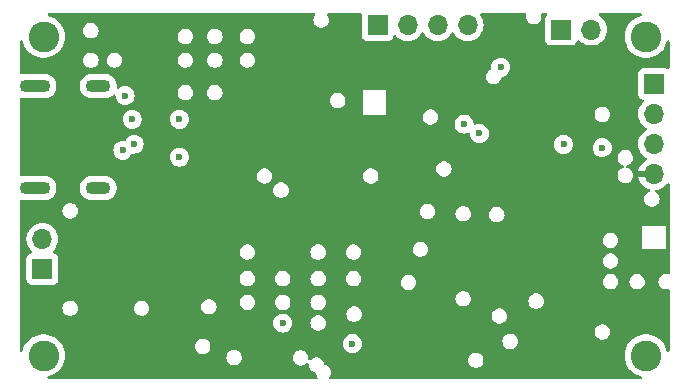
<source format=gbr>
%TF.GenerationSoftware,KiCad,Pcbnew,8.0.6*%
%TF.CreationDate,2024-11-10T20:59:16-05:00*%
%TF.ProjectId,VanguardFlightComputer,56616e67-7561-4726-9446-6c6967687443,rev?*%
%TF.SameCoordinates,Original*%
%TF.FileFunction,Copper,L2,Inr*%
%TF.FilePolarity,Positive*%
%FSLAX46Y46*%
G04 Gerber Fmt 4.6, Leading zero omitted, Abs format (unit mm)*
G04 Created by KiCad (PCBNEW 8.0.6) date 2024-11-10 20:59:16*
%MOMM*%
%LPD*%
G01*
G04 APERTURE LIST*
%TA.AperFunction,ComponentPad*%
%ADD10O,2.100000X1.100000*%
%TD*%
%TA.AperFunction,ComponentPad*%
%ADD11O,2.600000X1.100000*%
%TD*%
%TA.AperFunction,ComponentPad*%
%ADD12C,2.600000*%
%TD*%
%TA.AperFunction,ComponentPad*%
%ADD13R,1.700000X1.700000*%
%TD*%
%TA.AperFunction,ComponentPad*%
%ADD14O,1.700000X1.700000*%
%TD*%
%TA.AperFunction,ViaPad*%
%ADD15C,0.600000*%
%TD*%
G04 APERTURE END LIST*
D10*
%TO.N,GND*%
%TO.C,J1*%
X97134052Y-82180000D03*
D11*
X91774052Y-82180000D03*
D10*
X97134052Y-90820000D03*
D11*
X91774052Y-90820000D03*
%TD*%
D12*
%TO.N,N/C*%
%TO.C,H5*%
X143500000Y-78000000D03*
%TD*%
D13*
%TO.N,GND*%
%TO.C,J5*%
X144200000Y-82000000D03*
D14*
%TO.N,Net-(J5-Pin_2)*%
X144200000Y-84540000D03*
%TO.N,Net-(J5-Pin_3)*%
X144200000Y-87080000D03*
%TO.N,+3.3V*%
X144200000Y-89620000D03*
%TD*%
D12*
%TO.N,N/C*%
%TO.C,H6*%
X92500000Y-105000000D03*
%TD*%
D13*
%TO.N,I2C1_SDA*%
%TO.C,J6*%
X136325000Y-77400000D03*
D14*
%TO.N,I2C1_SCL*%
X138865000Y-77400000D03*
%TD*%
D12*
%TO.N,N/C*%
%TO.C,H1*%
X92500000Y-78000000D03*
%TD*%
D13*
%TO.N,VIN*%
%TO.C,J8*%
X92400000Y-97675000D03*
D14*
%TO.N,GND*%
X92400000Y-95135000D03*
%TD*%
D12*
%TO.N,N/C*%
%TO.C,H7*%
X143500000Y-105000000D03*
%TD*%
D13*
%TO.N,SERVO_1_PWM*%
%TO.C,J7*%
X120780000Y-77000000D03*
D14*
%TO.N,SERVO_2_PWM*%
X123320000Y-77000000D03*
%TO.N,SERVO_3_PWM*%
X125860000Y-77000000D03*
%TO.N,SERVO_4_PWM*%
X128400000Y-77000000D03*
%TD*%
D15*
%TO.N,GND*%
X112750000Y-102250000D03*
X99400000Y-83000000D03*
X100166840Y-87100000D03*
X131200000Y-80600000D03*
%TO.N,+3.3V*%
X101400000Y-89800000D03*
X138600000Y-100600000D03*
X138800000Y-83800000D03*
X124500000Y-94500000D03*
X98800000Y-77800000D03*
X129400000Y-102250000D03*
X130775000Y-77725000D03*
X95628539Y-105997203D03*
X124600000Y-81800000D03*
X124800000Y-90600000D03*
X109200000Y-82800000D03*
%TO.N,VBUS*%
X100000000Y-85000000D03*
X99211768Y-87626899D03*
%TO.N,USB_DM*%
X136524265Y-87124265D03*
X104000000Y-85000000D03*
%TO.N,USB_DP*%
X104000000Y-88200000D03*
X139800000Y-87400000D03*
%TO.N,I2C1_SDA*%
X128100000Y-85400000D03*
%TO.N,I2C1_SCL*%
X129400000Y-86200000D03*
%TO.N,SPI1_MOSI*%
X118650000Y-104000000D03*
%TD*%
%TA.AperFunction,Conductor*%
%TO.N,+3.3V*%
G36*
X115454164Y-76020185D02*
G01*
X115499919Y-76072989D01*
X115509863Y-76142147D01*
X115489175Y-76194940D01*
X115419781Y-76295475D01*
X115419780Y-76295476D01*
X115363762Y-76443181D01*
X115344722Y-76599999D01*
X115344722Y-76600000D01*
X115363762Y-76756818D01*
X115413249Y-76887303D01*
X115419780Y-76904523D01*
X115509517Y-77034530D01*
X115627760Y-77139283D01*
X115627762Y-77139284D01*
X115767634Y-77212696D01*
X115921014Y-77250500D01*
X115921015Y-77250500D01*
X116078985Y-77250500D01*
X116232365Y-77212696D01*
X116372240Y-77139283D01*
X116490483Y-77034530D01*
X116580220Y-76904523D01*
X116636237Y-76756818D01*
X116655278Y-76600000D01*
X116646609Y-76528599D01*
X116636237Y-76443181D01*
X116605260Y-76361503D01*
X116580220Y-76295477D01*
X116538367Y-76234842D01*
X116510825Y-76194940D01*
X116488942Y-76128585D01*
X116506408Y-76060933D01*
X116557676Y-76013464D01*
X116612875Y-76000500D01*
X119305500Y-76000500D01*
X119372539Y-76020185D01*
X119418294Y-76072989D01*
X119429500Y-76124500D01*
X119429500Y-77897870D01*
X119429501Y-77897876D01*
X119435908Y-77957483D01*
X119486202Y-78092328D01*
X119486206Y-78092335D01*
X119572452Y-78207544D01*
X119572455Y-78207547D01*
X119687664Y-78293793D01*
X119687671Y-78293797D01*
X119822517Y-78344091D01*
X119822516Y-78344091D01*
X119829444Y-78344835D01*
X119882127Y-78350500D01*
X121677872Y-78350499D01*
X121737483Y-78344091D01*
X121872331Y-78293796D01*
X121987546Y-78207546D01*
X122073796Y-78092331D01*
X122122810Y-77960916D01*
X122164681Y-77904984D01*
X122230145Y-77880566D01*
X122298418Y-77895417D01*
X122326673Y-77916569D01*
X122448599Y-78038495D01*
X122545384Y-78106265D01*
X122642165Y-78174032D01*
X122642167Y-78174033D01*
X122642170Y-78174035D01*
X122856337Y-78273903D01*
X123084592Y-78335063D01*
X123261034Y-78350500D01*
X123319999Y-78355659D01*
X123320000Y-78355659D01*
X123320001Y-78355659D01*
X123378966Y-78350500D01*
X123555408Y-78335063D01*
X123783663Y-78273903D01*
X123997830Y-78174035D01*
X124191401Y-78038495D01*
X124358495Y-77871401D01*
X124488425Y-77685842D01*
X124543002Y-77642217D01*
X124612500Y-77635023D01*
X124674855Y-77666546D01*
X124691575Y-77685842D01*
X124821500Y-77871395D01*
X124821505Y-77871401D01*
X124988599Y-78038495D01*
X125085384Y-78106265D01*
X125182165Y-78174032D01*
X125182167Y-78174033D01*
X125182170Y-78174035D01*
X125396337Y-78273903D01*
X125624592Y-78335063D01*
X125801034Y-78350500D01*
X125859999Y-78355659D01*
X125860000Y-78355659D01*
X125860001Y-78355659D01*
X125918966Y-78350500D01*
X126095408Y-78335063D01*
X126323663Y-78273903D01*
X126537830Y-78174035D01*
X126731401Y-78038495D01*
X126898495Y-77871401D01*
X127028425Y-77685842D01*
X127083002Y-77642217D01*
X127152500Y-77635023D01*
X127214855Y-77666546D01*
X127231575Y-77685842D01*
X127361500Y-77871395D01*
X127361505Y-77871401D01*
X127528599Y-78038495D01*
X127625384Y-78106265D01*
X127722165Y-78174032D01*
X127722167Y-78174033D01*
X127722170Y-78174035D01*
X127936337Y-78273903D01*
X128164592Y-78335063D01*
X128341034Y-78350500D01*
X128399999Y-78355659D01*
X128400000Y-78355659D01*
X128400001Y-78355659D01*
X128458966Y-78350500D01*
X128635408Y-78335063D01*
X128863663Y-78273903D01*
X129077830Y-78174035D01*
X129271401Y-78038495D01*
X129438495Y-77871401D01*
X129574035Y-77677830D01*
X129673903Y-77463663D01*
X129735063Y-77235408D01*
X129755659Y-77000000D01*
X129735063Y-76764592D01*
X129673903Y-76536337D01*
X129574035Y-76322171D01*
X129571999Y-76319263D01*
X129485426Y-76195623D01*
X129463099Y-76129417D01*
X129480109Y-76061650D01*
X129531057Y-76013837D01*
X129587001Y-76000500D01*
X133241121Y-76000500D01*
X133308160Y-76020185D01*
X133353915Y-76072989D01*
X133364217Y-76139447D01*
X133363763Y-76143180D01*
X133363763Y-76143182D01*
X133353698Y-76226075D01*
X133344722Y-76300000D01*
X133363762Y-76456818D01*
X133393923Y-76536344D01*
X133419780Y-76604523D01*
X133509517Y-76734530D01*
X133627760Y-76839283D01*
X133627762Y-76839284D01*
X133767634Y-76912696D01*
X133921014Y-76950500D01*
X133921015Y-76950500D01*
X134078985Y-76950500D01*
X134232365Y-76912696D01*
X134247937Y-76904523D01*
X134372240Y-76839283D01*
X134490483Y-76734530D01*
X134580220Y-76604523D01*
X134636237Y-76456818D01*
X134655278Y-76300000D01*
X134636237Y-76143182D01*
X134636236Y-76143180D01*
X134635783Y-76139447D01*
X134647243Y-76070523D01*
X134694147Y-76018737D01*
X134758879Y-76000500D01*
X135013429Y-76000500D01*
X135080468Y-76020185D01*
X135126223Y-76072989D01*
X135136167Y-76142147D01*
X135112695Y-76198811D01*
X135031206Y-76307664D01*
X135031202Y-76307671D01*
X134980908Y-76442517D01*
X134974501Y-76502116D01*
X134974500Y-76502135D01*
X134974500Y-78297870D01*
X134974501Y-78297876D01*
X134980908Y-78357483D01*
X135031202Y-78492328D01*
X135031206Y-78492335D01*
X135117452Y-78607544D01*
X135117455Y-78607547D01*
X135232664Y-78693793D01*
X135232671Y-78693797D01*
X135367517Y-78744091D01*
X135367516Y-78744091D01*
X135374444Y-78744835D01*
X135427127Y-78750500D01*
X137222872Y-78750499D01*
X137282483Y-78744091D01*
X137417331Y-78693796D01*
X137532546Y-78607546D01*
X137618796Y-78492331D01*
X137667810Y-78360916D01*
X137709681Y-78304984D01*
X137775145Y-78280566D01*
X137843418Y-78295417D01*
X137871673Y-78316569D01*
X137993599Y-78438495D01*
X138090384Y-78506265D01*
X138187165Y-78574032D01*
X138187167Y-78574033D01*
X138187170Y-78574035D01*
X138401337Y-78673903D01*
X138629592Y-78735063D01*
X138806034Y-78750500D01*
X138864999Y-78755659D01*
X138865000Y-78755659D01*
X138865001Y-78755659D01*
X138923966Y-78750500D01*
X139100408Y-78735063D01*
X139328663Y-78673903D01*
X139542830Y-78574035D01*
X139736401Y-78438495D01*
X139903495Y-78271401D01*
X140039035Y-78077830D01*
X140138903Y-77863663D01*
X140200063Y-77635408D01*
X140220659Y-77400000D01*
X140200063Y-77164592D01*
X140138903Y-76936337D01*
X140039035Y-76722171D01*
X139956658Y-76604523D01*
X139903494Y-76528597D01*
X139736402Y-76361506D01*
X139736396Y-76361501D01*
X139542987Y-76226075D01*
X139499362Y-76171498D01*
X139492168Y-76102000D01*
X139523691Y-76039645D01*
X139583921Y-76004231D01*
X139614110Y-76000500D01*
X143051073Y-76000500D01*
X143118112Y-76020185D01*
X143163867Y-76072989D01*
X143173811Y-76142147D01*
X143144786Y-76205703D01*
X143087623Y-76242991D01*
X142840358Y-76319262D01*
X142597230Y-76436346D01*
X142374258Y-76588365D01*
X142176442Y-76771910D01*
X142008185Y-76982898D01*
X141873258Y-77216599D01*
X141873256Y-77216603D01*
X141774666Y-77467804D01*
X141774664Y-77467811D01*
X141714616Y-77730898D01*
X141694451Y-77999995D01*
X141694451Y-78000004D01*
X141714616Y-78269101D01*
X141774664Y-78532188D01*
X141774666Y-78532195D01*
X141860344Y-78750498D01*
X141873257Y-78783398D01*
X142008185Y-79017102D01*
X142144080Y-79187509D01*
X142176442Y-79228089D01*
X142307293Y-79349500D01*
X142374259Y-79411635D01*
X142597226Y-79563651D01*
X142840359Y-79680738D01*
X143098228Y-79760280D01*
X143098229Y-79760280D01*
X143098232Y-79760281D01*
X143365063Y-79800499D01*
X143365068Y-79800499D01*
X143365071Y-79800500D01*
X143365072Y-79800500D01*
X143634928Y-79800500D01*
X143634929Y-79800500D01*
X143675168Y-79794435D01*
X143901767Y-79760281D01*
X143901768Y-79760280D01*
X143901772Y-79760280D01*
X144159641Y-79680738D01*
X144402775Y-79563651D01*
X144625741Y-79411635D01*
X144823561Y-79228085D01*
X144991815Y-79017102D01*
X145126743Y-78783398D01*
X145225334Y-78532195D01*
X145254609Y-78403934D01*
X145288718Y-78342956D01*
X145350379Y-78310098D01*
X145420016Y-78315793D01*
X145475520Y-78358233D01*
X145499268Y-78423943D01*
X145499500Y-78431527D01*
X145499500Y-80613568D01*
X145479815Y-80680607D01*
X145427011Y-80726362D01*
X145357853Y-80736306D01*
X145301190Y-80712835D01*
X145292334Y-80706206D01*
X145292328Y-80706202D01*
X145157482Y-80655908D01*
X145157483Y-80655908D01*
X145097883Y-80649501D01*
X145097881Y-80649500D01*
X145097873Y-80649500D01*
X145097864Y-80649500D01*
X143302129Y-80649500D01*
X143302123Y-80649501D01*
X143242516Y-80655908D01*
X143107671Y-80706202D01*
X143107664Y-80706206D01*
X142992455Y-80792452D01*
X142992452Y-80792455D01*
X142906206Y-80907664D01*
X142906202Y-80907671D01*
X142855908Y-81042517D01*
X142849501Y-81102116D01*
X142849500Y-81102135D01*
X142849500Y-82897870D01*
X142849501Y-82897876D01*
X142855908Y-82957483D01*
X142906202Y-83092328D01*
X142906206Y-83092335D01*
X142992452Y-83207544D01*
X142992455Y-83207547D01*
X143107664Y-83293793D01*
X143107671Y-83293797D01*
X143239081Y-83342810D01*
X143295015Y-83384681D01*
X143319432Y-83450145D01*
X143304580Y-83518418D01*
X143283430Y-83546673D01*
X143161503Y-83668600D01*
X143025965Y-83862169D01*
X143025964Y-83862171D01*
X142926098Y-84076335D01*
X142926094Y-84076344D01*
X142864938Y-84304586D01*
X142864936Y-84304596D01*
X142844341Y-84539999D01*
X142844341Y-84540000D01*
X142864936Y-84775403D01*
X142864938Y-84775413D01*
X142926094Y-85003655D01*
X142926096Y-85003659D01*
X142926097Y-85003663D01*
X142989338Y-85139283D01*
X143025965Y-85217830D01*
X143025967Y-85217834D01*
X143126075Y-85360802D01*
X143161501Y-85411396D01*
X143161506Y-85411402D01*
X143328597Y-85578493D01*
X143328603Y-85578498D01*
X143514158Y-85708425D01*
X143557783Y-85763002D01*
X143564977Y-85832500D01*
X143533454Y-85894855D01*
X143514158Y-85911575D01*
X143328597Y-86041505D01*
X143161505Y-86208597D01*
X143025965Y-86402169D01*
X143025964Y-86402171D01*
X142926098Y-86616335D01*
X142926094Y-86616344D01*
X142864938Y-86844586D01*
X142864936Y-86844596D01*
X142844341Y-87079999D01*
X142844341Y-87080000D01*
X142864936Y-87315403D01*
X142864938Y-87315413D01*
X142926094Y-87543655D01*
X142926096Y-87543659D01*
X142926097Y-87543663D01*
X142964909Y-87626895D01*
X143025965Y-87757830D01*
X143025967Y-87757834D01*
X143111302Y-87879704D01*
X143161501Y-87951396D01*
X143161506Y-87951402D01*
X143328597Y-88118493D01*
X143328603Y-88118498D01*
X143514594Y-88248730D01*
X143558219Y-88303307D01*
X143565413Y-88372805D01*
X143533890Y-88435160D01*
X143514595Y-88451880D01*
X143328922Y-88581890D01*
X143328920Y-88581891D01*
X143161891Y-88748920D01*
X143161886Y-88748926D01*
X143026400Y-88942420D01*
X143026399Y-88942422D01*
X142926570Y-89156507D01*
X142926567Y-89156513D01*
X142869364Y-89369999D01*
X142869364Y-89370000D01*
X143766988Y-89370000D01*
X143734075Y-89427007D01*
X143700000Y-89554174D01*
X143700000Y-89685826D01*
X143734075Y-89812993D01*
X143766988Y-89870000D01*
X142869364Y-89870000D01*
X142926567Y-90083486D01*
X142926570Y-90083492D01*
X143026399Y-90297578D01*
X143161894Y-90491082D01*
X143328917Y-90658105D01*
X143522421Y-90793600D01*
X143736507Y-90893429D01*
X143736512Y-90893432D01*
X143760386Y-90899828D01*
X143820047Y-90936191D01*
X143850578Y-90999037D01*
X143842286Y-91068413D01*
X143797802Y-91122292D01*
X143772278Y-91135542D01*
X143767636Y-91137302D01*
X143627762Y-91210715D01*
X143509516Y-91315471D01*
X143419781Y-91445475D01*
X143419780Y-91445476D01*
X143363762Y-91593181D01*
X143344722Y-91749999D01*
X143344722Y-91750000D01*
X143363762Y-91906818D01*
X143419780Y-92054523D01*
X143509517Y-92184530D01*
X143627760Y-92289283D01*
X143627762Y-92289284D01*
X143767634Y-92362696D01*
X143921014Y-92400500D01*
X143921015Y-92400500D01*
X144078985Y-92400500D01*
X144232365Y-92362696D01*
X144372240Y-92289283D01*
X144490483Y-92184530D01*
X144580220Y-92054523D01*
X144636237Y-91906818D01*
X144655278Y-91750000D01*
X144638607Y-91612696D01*
X144636237Y-91593181D01*
X144596974Y-91489655D01*
X144580220Y-91445477D01*
X144490483Y-91315470D01*
X144372240Y-91210717D01*
X144372237Y-91210714D01*
X144337290Y-91192373D01*
X144287077Y-91143788D01*
X144271103Y-91075769D01*
X144294439Y-91009912D01*
X144349675Y-90967125D01*
X144384110Y-90959049D01*
X144435315Y-90954569D01*
X144435326Y-90954567D01*
X144663483Y-90893433D01*
X144663492Y-90893429D01*
X144877578Y-90793600D01*
X145071082Y-90658105D01*
X145238108Y-90491079D01*
X145273925Y-90439928D01*
X145328502Y-90396303D01*
X145398000Y-90389109D01*
X145460355Y-90420632D01*
X145495769Y-90480862D01*
X145499500Y-90511051D01*
X145499500Y-97995577D01*
X145479815Y-98062616D01*
X145427011Y-98108371D01*
X145357853Y-98118315D01*
X145345826Y-98115974D01*
X145278986Y-98099500D01*
X145278985Y-98099500D01*
X145121015Y-98099500D01*
X145121014Y-98099500D01*
X144967634Y-98137303D01*
X144827762Y-98210715D01*
X144709516Y-98315471D01*
X144619781Y-98445475D01*
X144619780Y-98445476D01*
X144563762Y-98593181D01*
X144544722Y-98749999D01*
X144544722Y-98750000D01*
X144563762Y-98906818D01*
X144608773Y-99025500D01*
X144619780Y-99054523D01*
X144709517Y-99184530D01*
X144827760Y-99289283D01*
X144827762Y-99289284D01*
X144967634Y-99362696D01*
X145121014Y-99400500D01*
X145121015Y-99400500D01*
X145278983Y-99400500D01*
X145278985Y-99400500D01*
X145345827Y-99384025D01*
X145415627Y-99387094D01*
X145472689Y-99427414D01*
X145498894Y-99492183D01*
X145499500Y-99504422D01*
X145499500Y-104568472D01*
X145479815Y-104635511D01*
X145427011Y-104681266D01*
X145357853Y-104691210D01*
X145294297Y-104662185D01*
X145256523Y-104603407D01*
X145254609Y-104596065D01*
X145237665Y-104521834D01*
X145225334Y-104467805D01*
X145126743Y-104216602D01*
X144991815Y-103982898D01*
X144823561Y-103771915D01*
X144823560Y-103771914D01*
X144823557Y-103771910D01*
X144625741Y-103588365D01*
X144604327Y-103573765D01*
X144402775Y-103436349D01*
X144402769Y-103436346D01*
X144402768Y-103436345D01*
X144402767Y-103436344D01*
X144159643Y-103319263D01*
X144159645Y-103319263D01*
X143901773Y-103239720D01*
X143901767Y-103239718D01*
X143634936Y-103199500D01*
X143634929Y-103199500D01*
X143365071Y-103199500D01*
X143365063Y-103199500D01*
X143098232Y-103239718D01*
X143098226Y-103239720D01*
X142840358Y-103319262D01*
X142597230Y-103436346D01*
X142374258Y-103588365D01*
X142176442Y-103771910D01*
X142008185Y-103982898D01*
X141873258Y-104216599D01*
X141873256Y-104216603D01*
X141774666Y-104467804D01*
X141774664Y-104467811D01*
X141714616Y-104730898D01*
X141694451Y-104999995D01*
X141694451Y-105000004D01*
X141714616Y-105269101D01*
X141774664Y-105532188D01*
X141774666Y-105532195D01*
X141846419Y-105715018D01*
X141873257Y-105783398D01*
X142008185Y-106017102D01*
X142077902Y-106104524D01*
X142176442Y-106228089D01*
X142296282Y-106339283D01*
X142374259Y-106411635D01*
X142597226Y-106563651D01*
X142840359Y-106680738D01*
X143005308Y-106731618D01*
X143087623Y-106757009D01*
X143145882Y-106795579D01*
X143174040Y-106859524D01*
X143163156Y-106928541D01*
X143116687Y-106980718D01*
X143051073Y-106999500D01*
X116812875Y-106999500D01*
X116745836Y-106979815D01*
X116700081Y-106927011D01*
X116690137Y-106857853D01*
X116710825Y-106805060D01*
X116741734Y-106760280D01*
X116780220Y-106704523D01*
X116836237Y-106556818D01*
X116855278Y-106400000D01*
X116836237Y-106243182D01*
X116830511Y-106228085D01*
X116783651Y-106104524D01*
X116780220Y-106095477D01*
X116690483Y-105965470D01*
X116572240Y-105860717D01*
X116572238Y-105860716D01*
X116572237Y-105860715D01*
X116432366Y-105787304D01*
X116331329Y-105762401D01*
X116270948Y-105727245D01*
X116239160Y-105665025D01*
X116237908Y-105656946D01*
X116236237Y-105643182D01*
X116236237Y-105643181D01*
X116214992Y-105587164D01*
X116180220Y-105495477D01*
X116114317Y-105399999D01*
X128434722Y-105399999D01*
X128434722Y-105400000D01*
X128453762Y-105556818D01*
X128486516Y-105643181D01*
X128509780Y-105704523D01*
X128599517Y-105834530D01*
X128717760Y-105939283D01*
X128717762Y-105939284D01*
X128857634Y-106012696D01*
X129011014Y-106050500D01*
X129011015Y-106050500D01*
X129168985Y-106050500D01*
X129322365Y-106012696D01*
X129347031Y-105999750D01*
X129462240Y-105939283D01*
X129580483Y-105834530D01*
X129670220Y-105704523D01*
X129726237Y-105556818D01*
X129745278Y-105400000D01*
X129741086Y-105365471D01*
X129726237Y-105243181D01*
X129690708Y-105149500D01*
X129670220Y-105095477D01*
X129580483Y-104965470D01*
X129462240Y-104860717D01*
X129462238Y-104860716D01*
X129462237Y-104860715D01*
X129322365Y-104787303D01*
X129168986Y-104749500D01*
X129168985Y-104749500D01*
X129011015Y-104749500D01*
X129011014Y-104749500D01*
X128857634Y-104787303D01*
X128717762Y-104860715D01*
X128599516Y-104965471D01*
X128509781Y-105095475D01*
X128509780Y-105095476D01*
X128453762Y-105243181D01*
X128434722Y-105399999D01*
X116114317Y-105399999D01*
X116090483Y-105365470D01*
X115972240Y-105260717D01*
X115972238Y-105260716D01*
X115972237Y-105260715D01*
X115832365Y-105187303D01*
X115678986Y-105149500D01*
X115678985Y-105149500D01*
X115521015Y-105149500D01*
X115521014Y-105149500D01*
X115367634Y-105187303D01*
X115227762Y-105260715D01*
X115227760Y-105260717D01*
X115109517Y-105365470D01*
X115109516Y-105365471D01*
X115103903Y-105370444D01*
X115101958Y-105368248D01*
X115054232Y-105398179D01*
X114984367Y-105397405D01*
X114926011Y-105358981D01*
X114897692Y-105295108D01*
X114897522Y-105263875D01*
X114897906Y-105260717D01*
X114905278Y-105200000D01*
X114903737Y-105187304D01*
X114886237Y-105043181D01*
X114856765Y-104965470D01*
X114830220Y-104895477D01*
X114740483Y-104765470D01*
X114622240Y-104660717D01*
X114622238Y-104660716D01*
X114622237Y-104660715D01*
X114482365Y-104587303D01*
X114328986Y-104549500D01*
X114328985Y-104549500D01*
X114171015Y-104549500D01*
X114171014Y-104549500D01*
X114017634Y-104587303D01*
X113877762Y-104660715D01*
X113877760Y-104660717D01*
X113761686Y-104763549D01*
X113759516Y-104765471D01*
X113669781Y-104895475D01*
X113669780Y-104895476D01*
X113613762Y-105043181D01*
X113594722Y-105199999D01*
X113594722Y-105200000D01*
X113613762Y-105356818D01*
X113666349Y-105495476D01*
X113669780Y-105504523D01*
X113759517Y-105634530D01*
X113877760Y-105739283D01*
X113877762Y-105739284D01*
X114017634Y-105812696D01*
X114171014Y-105850500D01*
X114171015Y-105850500D01*
X114328985Y-105850500D01*
X114482365Y-105812696D01*
X114506555Y-105800000D01*
X114622240Y-105739283D01*
X114740483Y-105634530D01*
X114740483Y-105634528D01*
X114746097Y-105629556D01*
X114748053Y-105631764D01*
X114795661Y-105601850D01*
X114865527Y-105602562D01*
X114923917Y-105640934D01*
X114952292Y-105704782D01*
X114952477Y-105736122D01*
X114944722Y-105799997D01*
X114944722Y-105800000D01*
X114963762Y-105956818D01*
X115016349Y-106095476D01*
X115019780Y-106104523D01*
X115109517Y-106234530D01*
X115227760Y-106339283D01*
X115227762Y-106339284D01*
X115367634Y-106412696D01*
X115433059Y-106428821D01*
X115468669Y-106437598D01*
X115529050Y-106472754D01*
X115560839Y-106534973D01*
X115562091Y-106543048D01*
X115563763Y-106556819D01*
X115619780Y-106704523D01*
X115619781Y-106704524D01*
X115689175Y-106805060D01*
X115711058Y-106871415D01*
X115693592Y-106939067D01*
X115642324Y-106986536D01*
X115587125Y-106999500D01*
X92948927Y-106999500D01*
X92881888Y-106979815D01*
X92836133Y-106927011D01*
X92826189Y-106857853D01*
X92855214Y-106794297D01*
X92912377Y-106757009D01*
X92952334Y-106744683D01*
X93159641Y-106680738D01*
X93402775Y-106563651D01*
X93625741Y-106411635D01*
X93807290Y-106243182D01*
X93823557Y-106228089D01*
X93823557Y-106228087D01*
X93823561Y-106228085D01*
X93991815Y-106017102D01*
X94126743Y-105783398D01*
X94225334Y-105532195D01*
X94285383Y-105269103D01*
X94292380Y-105175734D01*
X107968987Y-105175734D01*
X107968987Y-105175735D01*
X107988027Y-105332553D01*
X108044045Y-105480258D01*
X108133782Y-105610265D01*
X108252025Y-105715018D01*
X108252027Y-105715019D01*
X108391899Y-105788431D01*
X108545279Y-105826235D01*
X108545280Y-105826235D01*
X108703250Y-105826235D01*
X108856630Y-105788431D01*
X108906225Y-105762401D01*
X108996505Y-105715018D01*
X109114748Y-105610265D01*
X109204485Y-105480258D01*
X109260502Y-105332553D01*
X109279543Y-105175735D01*
X109260502Y-105018917D01*
X109253329Y-105000004D01*
X109213687Y-104895476D01*
X109204485Y-104871212D01*
X109114748Y-104741205D01*
X108996505Y-104636452D01*
X108996503Y-104636451D01*
X108996502Y-104636450D01*
X108856630Y-104563038D01*
X108703251Y-104525235D01*
X108703250Y-104525235D01*
X108545280Y-104525235D01*
X108545279Y-104525235D01*
X108391899Y-104563038D01*
X108252027Y-104636450D01*
X108228782Y-104657043D01*
X108145418Y-104730897D01*
X108133781Y-104741206D01*
X108044046Y-104871210D01*
X108044045Y-104871211D01*
X107988027Y-105018916D01*
X107968987Y-105175734D01*
X94292380Y-105175734D01*
X94302313Y-105043181D01*
X94305549Y-105000004D01*
X94305549Y-104999995D01*
X94286777Y-104749500D01*
X94285383Y-104730897D01*
X94225334Y-104467805D01*
X94129750Y-104224264D01*
X105320457Y-104224264D01*
X105320457Y-104224265D01*
X105339497Y-104381083D01*
X105385455Y-104502262D01*
X105395515Y-104528788D01*
X105485252Y-104658795D01*
X105603495Y-104763548D01*
X105603497Y-104763549D01*
X105743369Y-104836961D01*
X105896749Y-104874765D01*
X105896750Y-104874765D01*
X106054720Y-104874765D01*
X106208100Y-104836961D01*
X106302712Y-104787304D01*
X106347975Y-104763548D01*
X106466218Y-104658795D01*
X106555955Y-104528788D01*
X106611972Y-104381083D01*
X106631013Y-104224265D01*
X106611972Y-104067447D01*
X106586391Y-103999996D01*
X117844435Y-103999996D01*
X117844435Y-104000003D01*
X117864630Y-104179249D01*
X117864631Y-104179254D01*
X117924211Y-104349523D01*
X117998533Y-104467805D01*
X118020184Y-104502262D01*
X118147738Y-104629816D01*
X118300478Y-104725789D01*
X118408387Y-104763548D01*
X118470745Y-104785368D01*
X118470750Y-104785369D01*
X118649996Y-104805565D01*
X118650000Y-104805565D01*
X118650004Y-104805565D01*
X118829249Y-104785369D01*
X118829252Y-104785368D01*
X118829255Y-104785368D01*
X118999522Y-104725789D01*
X119152262Y-104629816D01*
X119279816Y-104502262D01*
X119375789Y-104349522D01*
X119435368Y-104179255D01*
X119443788Y-104104524D01*
X119455565Y-104000003D01*
X119455565Y-103999996D01*
X119435369Y-103820750D01*
X119435368Y-103820745D01*
X119428109Y-103799999D01*
X131344722Y-103799999D01*
X131344722Y-103800000D01*
X131363762Y-103956818D01*
X131405719Y-104067447D01*
X131419780Y-104104523D01*
X131509517Y-104234530D01*
X131627760Y-104339283D01*
X131627762Y-104339284D01*
X131767634Y-104412696D01*
X131921014Y-104450500D01*
X131921015Y-104450500D01*
X132078985Y-104450500D01*
X132232365Y-104412696D01*
X132372240Y-104339283D01*
X132490483Y-104234530D01*
X132580220Y-104104523D01*
X132636237Y-103956818D01*
X132655278Y-103800000D01*
X132641313Y-103684982D01*
X132636237Y-103643181D01*
X132609911Y-103573765D01*
X132580220Y-103495477D01*
X132490483Y-103365470D01*
X132372240Y-103260717D01*
X132372238Y-103260716D01*
X132372237Y-103260715D01*
X132232365Y-103187303D01*
X132078986Y-103149500D01*
X132078985Y-103149500D01*
X131921015Y-103149500D01*
X131921014Y-103149500D01*
X131767634Y-103187303D01*
X131627762Y-103260715D01*
X131509516Y-103365471D01*
X131419781Y-103495475D01*
X131419780Y-103495476D01*
X131363762Y-103643181D01*
X131344722Y-103799999D01*
X119428109Y-103799999D01*
X119387862Y-103684980D01*
X119375789Y-103650478D01*
X119279816Y-103497738D01*
X119152262Y-103370184D01*
X119071222Y-103319263D01*
X118999523Y-103274211D01*
X118829254Y-103214631D01*
X118829249Y-103214630D01*
X118650004Y-103194435D01*
X118649996Y-103194435D01*
X118470750Y-103214630D01*
X118470745Y-103214631D01*
X118300476Y-103274211D01*
X118147737Y-103370184D01*
X118020184Y-103497737D01*
X117924211Y-103650476D01*
X117864631Y-103820745D01*
X117864630Y-103820750D01*
X117844435Y-103999996D01*
X106586391Y-103999996D01*
X106555955Y-103919742D01*
X106466218Y-103789735D01*
X106347975Y-103684982D01*
X106347973Y-103684981D01*
X106347972Y-103684980D01*
X106208100Y-103611568D01*
X106054721Y-103573765D01*
X106054720Y-103573765D01*
X105896750Y-103573765D01*
X105896749Y-103573765D01*
X105743369Y-103611568D01*
X105603497Y-103684980D01*
X105603495Y-103684982D01*
X105505373Y-103771910D01*
X105485251Y-103789736D01*
X105395516Y-103919740D01*
X105395515Y-103919741D01*
X105339497Y-104067446D01*
X105320457Y-104224264D01*
X94129750Y-104224264D01*
X94126743Y-104216602D01*
X93991815Y-103982898D01*
X93823561Y-103771915D01*
X93823560Y-103771914D01*
X93823557Y-103771910D01*
X93625741Y-103588365D01*
X93604327Y-103573765D01*
X93402775Y-103436349D01*
X93402769Y-103436346D01*
X93402768Y-103436345D01*
X93402767Y-103436344D01*
X93159643Y-103319263D01*
X93159645Y-103319263D01*
X92901773Y-103239720D01*
X92901767Y-103239718D01*
X92634936Y-103199500D01*
X92634929Y-103199500D01*
X92365071Y-103199500D01*
X92365063Y-103199500D01*
X92098232Y-103239718D01*
X92098226Y-103239720D01*
X91840358Y-103319262D01*
X91597230Y-103436346D01*
X91374258Y-103588365D01*
X91176442Y-103771910D01*
X91008185Y-103982898D01*
X90873258Y-104216599D01*
X90873256Y-104216603D01*
X90774666Y-104467804D01*
X90774664Y-104467811D01*
X90745391Y-104596065D01*
X90711282Y-104657043D01*
X90649621Y-104689901D01*
X90579984Y-104684206D01*
X90524480Y-104641766D01*
X90500732Y-104576056D01*
X90500500Y-104568472D01*
X90500500Y-102249996D01*
X111944435Y-102249996D01*
X111944435Y-102250003D01*
X111964630Y-102429249D01*
X111964631Y-102429254D01*
X112024211Y-102599523D01*
X112120184Y-102752262D01*
X112247738Y-102879816D01*
X112400478Y-102975789D01*
X112570745Y-103035368D01*
X112570750Y-103035369D01*
X112749996Y-103055565D01*
X112750000Y-103055565D01*
X112750004Y-103055565D01*
X112929249Y-103035369D01*
X112929252Y-103035368D01*
X112929255Y-103035368D01*
X113030334Y-102999999D01*
X139144722Y-102999999D01*
X139144722Y-103000000D01*
X139163762Y-103156818D01*
X139208284Y-103274211D01*
X139219780Y-103304523D01*
X139309517Y-103434530D01*
X139427760Y-103539283D01*
X139427762Y-103539284D01*
X139567634Y-103612696D01*
X139721014Y-103650500D01*
X139721015Y-103650500D01*
X139878985Y-103650500D01*
X140032365Y-103612696D01*
X140078723Y-103588365D01*
X140172240Y-103539283D01*
X140290483Y-103434530D01*
X140380220Y-103304523D01*
X140436237Y-103156818D01*
X140455278Y-103000000D01*
X140438607Y-102862696D01*
X140436237Y-102843181D01*
X140414992Y-102787164D01*
X140380220Y-102695477D01*
X140290483Y-102565470D01*
X140172240Y-102460717D01*
X140172238Y-102460716D01*
X140172237Y-102460715D01*
X140032365Y-102387303D01*
X139878986Y-102349500D01*
X139878985Y-102349500D01*
X139721015Y-102349500D01*
X139721014Y-102349500D01*
X139567634Y-102387303D01*
X139427762Y-102460715D01*
X139309516Y-102565471D01*
X139219781Y-102695475D01*
X139219780Y-102695476D01*
X139163762Y-102843181D01*
X139144722Y-102999999D01*
X113030334Y-102999999D01*
X113099522Y-102975789D01*
X113252262Y-102879816D01*
X113379816Y-102752262D01*
X113475789Y-102599522D01*
X113535368Y-102429255D01*
X113555565Y-102250000D01*
X113555565Y-102249999D01*
X115094722Y-102249999D01*
X115094722Y-102250000D01*
X115113762Y-102406818D01*
X115134203Y-102460715D01*
X115169780Y-102554523D01*
X115259517Y-102684530D01*
X115377760Y-102789283D01*
X115377762Y-102789284D01*
X115517634Y-102862696D01*
X115671014Y-102900500D01*
X115671015Y-102900500D01*
X115828985Y-102900500D01*
X115982365Y-102862696D01*
X116019547Y-102843181D01*
X116122240Y-102789283D01*
X116240483Y-102684530D01*
X116330220Y-102554523D01*
X116386237Y-102406818D01*
X116405278Y-102250000D01*
X116388607Y-102112696D01*
X116386237Y-102093181D01*
X116333651Y-101954524D01*
X116330220Y-101945477D01*
X116240483Y-101815470D01*
X116122240Y-101710717D01*
X116122238Y-101710716D01*
X116122237Y-101710715D01*
X115982365Y-101637303D01*
X115828986Y-101599500D01*
X115828985Y-101599500D01*
X115671015Y-101599500D01*
X115671014Y-101599500D01*
X115517634Y-101637303D01*
X115377762Y-101710715D01*
X115259516Y-101815471D01*
X115169781Y-101945475D01*
X115169780Y-101945476D01*
X115113762Y-102093181D01*
X115094722Y-102249999D01*
X113555565Y-102249999D01*
X113544354Y-102150500D01*
X113535369Y-102070750D01*
X113535368Y-102070745D01*
X113524359Y-102039283D01*
X113475789Y-101900478D01*
X113379816Y-101747738D01*
X113252262Y-101620184D01*
X113123511Y-101539284D01*
X113099523Y-101524211D01*
X113030329Y-101499999D01*
X118144722Y-101499999D01*
X118144722Y-101500000D01*
X118163762Y-101656818D01*
X118184203Y-101710715D01*
X118219780Y-101804523D01*
X118309517Y-101934530D01*
X118427760Y-102039283D01*
X118427762Y-102039284D01*
X118567634Y-102112696D01*
X118721014Y-102150500D01*
X118721015Y-102150500D01*
X118878985Y-102150500D01*
X119032365Y-102112696D01*
X119112285Y-102070750D01*
X119172240Y-102039283D01*
X119290483Y-101934530D01*
X119380220Y-101804523D01*
X119436237Y-101656818D01*
X119437065Y-101649999D01*
X130430364Y-101649999D01*
X130430364Y-101650000D01*
X130449404Y-101806818D01*
X130501991Y-101945476D01*
X130505422Y-101954523D01*
X130595159Y-102084530D01*
X130713402Y-102189283D01*
X130713404Y-102189284D01*
X130853276Y-102262696D01*
X131006656Y-102300500D01*
X131006657Y-102300500D01*
X131164627Y-102300500D01*
X131318007Y-102262696D01*
X131342199Y-102249999D01*
X131457882Y-102189283D01*
X131576125Y-102084530D01*
X131665862Y-101954523D01*
X131721879Y-101806818D01*
X131740920Y-101650000D01*
X131739379Y-101637304D01*
X131721879Y-101493181D01*
X131691957Y-101414284D01*
X131665862Y-101345477D01*
X131576125Y-101215470D01*
X131457882Y-101110717D01*
X131457880Y-101110716D01*
X131457879Y-101110715D01*
X131318007Y-101037303D01*
X131164628Y-100999500D01*
X131164627Y-100999500D01*
X131006657Y-100999500D01*
X131006656Y-100999500D01*
X130853276Y-101037303D01*
X130713404Y-101110715D01*
X130595158Y-101215471D01*
X130505423Y-101345475D01*
X130505422Y-101345476D01*
X130449404Y-101493181D01*
X130430364Y-101649999D01*
X119437065Y-101649999D01*
X119455278Y-101500000D01*
X119450984Y-101464631D01*
X119436237Y-101343181D01*
X119414992Y-101287164D01*
X119380220Y-101195477D01*
X119290483Y-101065470D01*
X119172240Y-100960717D01*
X119172238Y-100960716D01*
X119172237Y-100960715D01*
X119032365Y-100887303D01*
X118878986Y-100849500D01*
X118878985Y-100849500D01*
X118721015Y-100849500D01*
X118721014Y-100849500D01*
X118567634Y-100887303D01*
X118427762Y-100960715D01*
X118309516Y-101065471D01*
X118219781Y-101195475D01*
X118219780Y-101195476D01*
X118163762Y-101343181D01*
X118144722Y-101499999D01*
X113030329Y-101499999D01*
X112929254Y-101464631D01*
X112929249Y-101464630D01*
X112750004Y-101444435D01*
X112749996Y-101444435D01*
X112570750Y-101464630D01*
X112570745Y-101464631D01*
X112400476Y-101524211D01*
X112247737Y-101620184D01*
X112120184Y-101747737D01*
X112024211Y-101900476D01*
X111964631Y-102070745D01*
X111964630Y-102070750D01*
X111944435Y-102249996D01*
X90500500Y-102249996D01*
X90500500Y-100999999D01*
X94094722Y-100999999D01*
X94094722Y-101000000D01*
X94113762Y-101156818D01*
X94169780Y-101304523D01*
X94259517Y-101434530D01*
X94377760Y-101539283D01*
X94377762Y-101539284D01*
X94517634Y-101612696D01*
X94671014Y-101650500D01*
X94671015Y-101650500D01*
X94828985Y-101650500D01*
X94982365Y-101612696D01*
X95122240Y-101539283D01*
X95240483Y-101434530D01*
X95330220Y-101304523D01*
X95386237Y-101156818D01*
X95405278Y-101000000D01*
X95405278Y-100999999D01*
X100144722Y-100999999D01*
X100144722Y-101000000D01*
X100163762Y-101156818D01*
X100219780Y-101304523D01*
X100309517Y-101434530D01*
X100427760Y-101539283D01*
X100427762Y-101539284D01*
X100567634Y-101612696D01*
X100721014Y-101650500D01*
X100721015Y-101650500D01*
X100878985Y-101650500D01*
X101032365Y-101612696D01*
X101172240Y-101539283D01*
X101290483Y-101434530D01*
X101380220Y-101304523D01*
X101436237Y-101156818D01*
X101455278Y-101000000D01*
X101440100Y-100874999D01*
X105844722Y-100874999D01*
X105844722Y-100875000D01*
X105863762Y-101031818D01*
X105908773Y-101150500D01*
X105919780Y-101179523D01*
X106009517Y-101309530D01*
X106127760Y-101414283D01*
X106127762Y-101414284D01*
X106267634Y-101487696D01*
X106421014Y-101525500D01*
X106421015Y-101525500D01*
X106578985Y-101525500D01*
X106732365Y-101487696D01*
X106776313Y-101464630D01*
X106872240Y-101414283D01*
X106990483Y-101309530D01*
X107080220Y-101179523D01*
X107136237Y-101031818D01*
X107155278Y-100875000D01*
X107136237Y-100718182D01*
X107131057Y-100704524D01*
X107104511Y-100634528D01*
X107080220Y-100570477D01*
X107031573Y-100499999D01*
X109094722Y-100499999D01*
X109094722Y-100500000D01*
X109113762Y-100656818D01*
X109145038Y-100739284D01*
X109169780Y-100804523D01*
X109259517Y-100934530D01*
X109377760Y-101039283D01*
X109377762Y-101039284D01*
X109517634Y-101112696D01*
X109671014Y-101150500D01*
X109671015Y-101150500D01*
X109828985Y-101150500D01*
X109982365Y-101112696D01*
X109986139Y-101110715D01*
X110122240Y-101039283D01*
X110240483Y-100934530D01*
X110330220Y-100804523D01*
X110386237Y-100656818D01*
X110405278Y-100500000D01*
X110405278Y-100499999D01*
X112094722Y-100499999D01*
X112094722Y-100500000D01*
X112113762Y-100656818D01*
X112145038Y-100739284D01*
X112169780Y-100804523D01*
X112259517Y-100934530D01*
X112377760Y-101039283D01*
X112377762Y-101039284D01*
X112517634Y-101112696D01*
X112671014Y-101150500D01*
X112671015Y-101150500D01*
X112828985Y-101150500D01*
X112982365Y-101112696D01*
X112986139Y-101110715D01*
X113122240Y-101039283D01*
X113240483Y-100934530D01*
X113330220Y-100804523D01*
X113386237Y-100656818D01*
X113405278Y-100500000D01*
X113405278Y-100499999D01*
X115094722Y-100499999D01*
X115094722Y-100500000D01*
X115113762Y-100656818D01*
X115145038Y-100739284D01*
X115169780Y-100804523D01*
X115259517Y-100934530D01*
X115377760Y-101039283D01*
X115377762Y-101039284D01*
X115517634Y-101112696D01*
X115671014Y-101150500D01*
X115671015Y-101150500D01*
X115828985Y-101150500D01*
X115982365Y-101112696D01*
X115986139Y-101110715D01*
X116122240Y-101039283D01*
X116240483Y-100934530D01*
X116330220Y-100804523D01*
X116386237Y-100656818D01*
X116405278Y-100500000D01*
X116386237Y-100343182D01*
X116331935Y-100199999D01*
X127369722Y-100199999D01*
X127369722Y-100200000D01*
X127388762Y-100356818D01*
X127443064Y-100499999D01*
X127444780Y-100504523D01*
X127534517Y-100634530D01*
X127652760Y-100739283D01*
X127652762Y-100739284D01*
X127792634Y-100812696D01*
X127946014Y-100850500D01*
X127946015Y-100850500D01*
X128103985Y-100850500D01*
X128257365Y-100812696D01*
X128272937Y-100804523D01*
X128397240Y-100739283D01*
X128515483Y-100634530D01*
X128605220Y-100504523D01*
X128644861Y-100399999D01*
X133544722Y-100399999D01*
X133544722Y-100400000D01*
X133563762Y-100556818D01*
X133616349Y-100695476D01*
X133619780Y-100704523D01*
X133709517Y-100834530D01*
X133827760Y-100939283D01*
X133827762Y-100939284D01*
X133967634Y-101012696D01*
X134121014Y-101050500D01*
X134121015Y-101050500D01*
X134278985Y-101050500D01*
X134432365Y-101012696D01*
X134456557Y-100999999D01*
X134572240Y-100939283D01*
X134690483Y-100834530D01*
X134780220Y-100704523D01*
X134836237Y-100556818D01*
X134855278Y-100400000D01*
X134853737Y-100387304D01*
X134836237Y-100243181D01*
X134814992Y-100187164D01*
X134780220Y-100095477D01*
X134690483Y-99965470D01*
X134572240Y-99860717D01*
X134572238Y-99860716D01*
X134572237Y-99860715D01*
X134432365Y-99787303D01*
X134278986Y-99749500D01*
X134278985Y-99749500D01*
X134121015Y-99749500D01*
X134121014Y-99749500D01*
X133967634Y-99787303D01*
X133827762Y-99860715D01*
X133709516Y-99965471D01*
X133619781Y-100095475D01*
X133619780Y-100095476D01*
X133563762Y-100243181D01*
X133544722Y-100399999D01*
X128644861Y-100399999D01*
X128661237Y-100356818D01*
X128680278Y-100200000D01*
X128667587Y-100095475D01*
X128661237Y-100043181D01*
X128629961Y-99960715D01*
X128605220Y-99895477D01*
X128515483Y-99765470D01*
X128397240Y-99660717D01*
X128397238Y-99660716D01*
X128397237Y-99660715D01*
X128257365Y-99587303D01*
X128103986Y-99549500D01*
X128103985Y-99549500D01*
X127946015Y-99549500D01*
X127946014Y-99549500D01*
X127792634Y-99587303D01*
X127652762Y-99660715D01*
X127534516Y-99765471D01*
X127444781Y-99895475D01*
X127444780Y-99895476D01*
X127388762Y-100043181D01*
X127369722Y-100199999D01*
X116331935Y-100199999D01*
X116330220Y-100195477D01*
X116240483Y-100065470D01*
X116122240Y-99960717D01*
X116122238Y-99960716D01*
X116122237Y-99960715D01*
X115982365Y-99887303D01*
X115828986Y-99849500D01*
X115828985Y-99849500D01*
X115671015Y-99849500D01*
X115671014Y-99849500D01*
X115517634Y-99887303D01*
X115377762Y-99960715D01*
X115259516Y-100065471D01*
X115169781Y-100195475D01*
X115169780Y-100195476D01*
X115113762Y-100343181D01*
X115094722Y-100499999D01*
X113405278Y-100499999D01*
X113386237Y-100343182D01*
X113330220Y-100195477D01*
X113240483Y-100065470D01*
X113122240Y-99960717D01*
X113122238Y-99960716D01*
X113122237Y-99960715D01*
X112982365Y-99887303D01*
X112828986Y-99849500D01*
X112828985Y-99849500D01*
X112671015Y-99849500D01*
X112671014Y-99849500D01*
X112517634Y-99887303D01*
X112377762Y-99960715D01*
X112259516Y-100065471D01*
X112169781Y-100195475D01*
X112169780Y-100195476D01*
X112113762Y-100343181D01*
X112094722Y-100499999D01*
X110405278Y-100499999D01*
X110386237Y-100343182D01*
X110330220Y-100195477D01*
X110240483Y-100065470D01*
X110122240Y-99960717D01*
X110122238Y-99960716D01*
X110122237Y-99960715D01*
X109982365Y-99887303D01*
X109828986Y-99849500D01*
X109828985Y-99849500D01*
X109671015Y-99849500D01*
X109671014Y-99849500D01*
X109517634Y-99887303D01*
X109377762Y-99960715D01*
X109259516Y-100065471D01*
X109169781Y-100195475D01*
X109169780Y-100195476D01*
X109113762Y-100343181D01*
X109094722Y-100499999D01*
X107031573Y-100499999D01*
X106990483Y-100440470D01*
X106872240Y-100335717D01*
X106872238Y-100335716D01*
X106872237Y-100335715D01*
X106732365Y-100262303D01*
X106578986Y-100224500D01*
X106578985Y-100224500D01*
X106421015Y-100224500D01*
X106421014Y-100224500D01*
X106267634Y-100262303D01*
X106127762Y-100335715D01*
X106009516Y-100440471D01*
X105919781Y-100570475D01*
X105919780Y-100570476D01*
X105863762Y-100718181D01*
X105844722Y-100874999D01*
X101440100Y-100874999D01*
X101436237Y-100843182D01*
X101380220Y-100695477D01*
X101290483Y-100565470D01*
X101172240Y-100460717D01*
X101172238Y-100460716D01*
X101172237Y-100460715D01*
X101032365Y-100387303D01*
X100878986Y-100349500D01*
X100878985Y-100349500D01*
X100721015Y-100349500D01*
X100721014Y-100349500D01*
X100567634Y-100387303D01*
X100427762Y-100460715D01*
X100309516Y-100565471D01*
X100219781Y-100695475D01*
X100219780Y-100695476D01*
X100163762Y-100843181D01*
X100144722Y-100999999D01*
X95405278Y-100999999D01*
X95386237Y-100843182D01*
X95330220Y-100695477D01*
X95240483Y-100565470D01*
X95122240Y-100460717D01*
X95122238Y-100460716D01*
X95122237Y-100460715D01*
X94982365Y-100387303D01*
X94828986Y-100349500D01*
X94828985Y-100349500D01*
X94671015Y-100349500D01*
X94671014Y-100349500D01*
X94517634Y-100387303D01*
X94377762Y-100460715D01*
X94259516Y-100565471D01*
X94169781Y-100695475D01*
X94169780Y-100695476D01*
X94113762Y-100843181D01*
X94094722Y-100999999D01*
X90500500Y-100999999D01*
X90500500Y-95134999D01*
X91044341Y-95134999D01*
X91044341Y-95135000D01*
X91064936Y-95370403D01*
X91064938Y-95370413D01*
X91126094Y-95598655D01*
X91126096Y-95598659D01*
X91126097Y-95598663D01*
X91178348Y-95710715D01*
X91225965Y-95812830D01*
X91225967Y-95812834D01*
X91334281Y-95967521D01*
X91361501Y-96006396D01*
X91361506Y-96006402D01*
X91483430Y-96128326D01*
X91516915Y-96189649D01*
X91511931Y-96259341D01*
X91470059Y-96315274D01*
X91439083Y-96332189D01*
X91307669Y-96381203D01*
X91307664Y-96381206D01*
X91192455Y-96467452D01*
X91192452Y-96467455D01*
X91106206Y-96582664D01*
X91106202Y-96582671D01*
X91055908Y-96717517D01*
X91049501Y-96777116D01*
X91049501Y-96777123D01*
X91049500Y-96777135D01*
X91049500Y-98572870D01*
X91049501Y-98572876D01*
X91055908Y-98632483D01*
X91106202Y-98767328D01*
X91106206Y-98767335D01*
X91192452Y-98882544D01*
X91192455Y-98882547D01*
X91307664Y-98968793D01*
X91307671Y-98968797D01*
X91442517Y-99019091D01*
X91442516Y-99019091D01*
X91449444Y-99019835D01*
X91502127Y-99025500D01*
X93297872Y-99025499D01*
X93357483Y-99019091D01*
X93492331Y-98968796D01*
X93607546Y-98882546D01*
X93693796Y-98767331D01*
X93744091Y-98632483D01*
X93750500Y-98572873D01*
X93750500Y-98499999D01*
X109094722Y-98499999D01*
X109094722Y-98500000D01*
X109113762Y-98656818D01*
X109149102Y-98750000D01*
X109169780Y-98804523D01*
X109259517Y-98934530D01*
X109377760Y-99039283D01*
X109377762Y-99039284D01*
X109517634Y-99112696D01*
X109671014Y-99150500D01*
X109671015Y-99150500D01*
X109828985Y-99150500D01*
X109982365Y-99112696D01*
X109997937Y-99104523D01*
X110122240Y-99039283D01*
X110240483Y-98934530D01*
X110330220Y-98804523D01*
X110386237Y-98656818D01*
X110405278Y-98500000D01*
X110405278Y-98499999D01*
X112094722Y-98499999D01*
X112094722Y-98500000D01*
X112113762Y-98656818D01*
X112149102Y-98750000D01*
X112169780Y-98804523D01*
X112259517Y-98934530D01*
X112377760Y-99039283D01*
X112377762Y-99039284D01*
X112517634Y-99112696D01*
X112671014Y-99150500D01*
X112671015Y-99150500D01*
X112828985Y-99150500D01*
X112982365Y-99112696D01*
X112997937Y-99104523D01*
X113122240Y-99039283D01*
X113240483Y-98934530D01*
X113330220Y-98804523D01*
X113386237Y-98656818D01*
X113405278Y-98500000D01*
X113405278Y-98499999D01*
X115094722Y-98499999D01*
X115094722Y-98500000D01*
X115113762Y-98656818D01*
X115149102Y-98750000D01*
X115169780Y-98804523D01*
X115259517Y-98934530D01*
X115377760Y-99039283D01*
X115377762Y-99039284D01*
X115517634Y-99112696D01*
X115671014Y-99150500D01*
X115671015Y-99150500D01*
X115828985Y-99150500D01*
X115982365Y-99112696D01*
X115997937Y-99104523D01*
X116122240Y-99039283D01*
X116240483Y-98934530D01*
X116330220Y-98804523D01*
X116386237Y-98656818D01*
X116405278Y-98500000D01*
X116405278Y-98499999D01*
X118094722Y-98499999D01*
X118094722Y-98500000D01*
X118113762Y-98656818D01*
X118149102Y-98750000D01*
X118169780Y-98804523D01*
X118259517Y-98934530D01*
X118377760Y-99039283D01*
X118377762Y-99039284D01*
X118517634Y-99112696D01*
X118671014Y-99150500D01*
X118671015Y-99150500D01*
X118828985Y-99150500D01*
X118982365Y-99112696D01*
X118997937Y-99104523D01*
X119122240Y-99039283D01*
X119240483Y-98934530D01*
X119330220Y-98804523D01*
X119331936Y-98799999D01*
X122744722Y-98799999D01*
X122744722Y-98800000D01*
X122763762Y-98956818D01*
X122800818Y-99054524D01*
X122819780Y-99104523D01*
X122909517Y-99234530D01*
X123027760Y-99339283D01*
X123027762Y-99339284D01*
X123167634Y-99412696D01*
X123321014Y-99450500D01*
X123321015Y-99450500D01*
X123478985Y-99450500D01*
X123632365Y-99412696D01*
X123686992Y-99384025D01*
X123772240Y-99339283D01*
X123890483Y-99234530D01*
X123980220Y-99104523D01*
X124036237Y-98956818D01*
X124055278Y-98800000D01*
X124049207Y-98749999D01*
X139844722Y-98749999D01*
X139844722Y-98750000D01*
X139863762Y-98906818D01*
X139908773Y-99025500D01*
X139919780Y-99054523D01*
X140009517Y-99184530D01*
X140127760Y-99289283D01*
X140127762Y-99289284D01*
X140267634Y-99362696D01*
X140421014Y-99400500D01*
X140421015Y-99400500D01*
X140578985Y-99400500D01*
X140732365Y-99362696D01*
X140776974Y-99339283D01*
X140872240Y-99289283D01*
X140990483Y-99184530D01*
X141080220Y-99054523D01*
X141136237Y-98906818D01*
X141155278Y-98750000D01*
X141155278Y-98749999D01*
X142094722Y-98749999D01*
X142094722Y-98750000D01*
X142113762Y-98906818D01*
X142158773Y-99025500D01*
X142169780Y-99054523D01*
X142259517Y-99184530D01*
X142377760Y-99289283D01*
X142377762Y-99289284D01*
X142517634Y-99362696D01*
X142671014Y-99400500D01*
X142671015Y-99400500D01*
X142828985Y-99400500D01*
X142982365Y-99362696D01*
X143026974Y-99339283D01*
X143122240Y-99289283D01*
X143240483Y-99184530D01*
X143330220Y-99054523D01*
X143386237Y-98906818D01*
X143405278Y-98750000D01*
X143386237Y-98593182D01*
X143378534Y-98572872D01*
X143349182Y-98495476D01*
X143330220Y-98445477D01*
X143240483Y-98315470D01*
X143122240Y-98210717D01*
X143122238Y-98210716D01*
X143122237Y-98210715D01*
X142982365Y-98137303D01*
X142828986Y-98099500D01*
X142828985Y-98099500D01*
X142671015Y-98099500D01*
X142671014Y-98099500D01*
X142517634Y-98137303D01*
X142377762Y-98210715D01*
X142259516Y-98315471D01*
X142169781Y-98445475D01*
X142169780Y-98445476D01*
X142113762Y-98593181D01*
X142094722Y-98749999D01*
X141155278Y-98749999D01*
X141136237Y-98593182D01*
X141128534Y-98572872D01*
X141099182Y-98495476D01*
X141080220Y-98445477D01*
X140990483Y-98315470D01*
X140872240Y-98210717D01*
X140872238Y-98210716D01*
X140872237Y-98210715D01*
X140732365Y-98137303D01*
X140578986Y-98099500D01*
X140578985Y-98099500D01*
X140421015Y-98099500D01*
X140421014Y-98099500D01*
X140267634Y-98137303D01*
X140127762Y-98210715D01*
X140009516Y-98315471D01*
X139919781Y-98445475D01*
X139919780Y-98445476D01*
X139863762Y-98593181D01*
X139844722Y-98749999D01*
X124049207Y-98749999D01*
X124036237Y-98643182D01*
X124032179Y-98632483D01*
X124009576Y-98572883D01*
X123980220Y-98495477D01*
X123890483Y-98365470D01*
X123772240Y-98260717D01*
X123772238Y-98260716D01*
X123772237Y-98260715D01*
X123632365Y-98187303D01*
X123478986Y-98149500D01*
X123478985Y-98149500D01*
X123321015Y-98149500D01*
X123321014Y-98149500D01*
X123167634Y-98187303D01*
X123027762Y-98260715D01*
X122909516Y-98365471D01*
X122819781Y-98495475D01*
X122819780Y-98495476D01*
X122763762Y-98643181D01*
X122744722Y-98799999D01*
X119331936Y-98799999D01*
X119386237Y-98656818D01*
X119405278Y-98500000D01*
X119386237Y-98343182D01*
X119330220Y-98195477D01*
X119240483Y-98065470D01*
X119122240Y-97960717D01*
X119122238Y-97960716D01*
X119122237Y-97960715D01*
X118982365Y-97887303D01*
X118828986Y-97849500D01*
X118828985Y-97849500D01*
X118671015Y-97849500D01*
X118671014Y-97849500D01*
X118517634Y-97887303D01*
X118377762Y-97960715D01*
X118259516Y-98065471D01*
X118169781Y-98195475D01*
X118169780Y-98195476D01*
X118113762Y-98343181D01*
X118094722Y-98499999D01*
X116405278Y-98499999D01*
X116386237Y-98343182D01*
X116330220Y-98195477D01*
X116240483Y-98065470D01*
X116122240Y-97960717D01*
X116122238Y-97960716D01*
X116122237Y-97960715D01*
X115982365Y-97887303D01*
X115828986Y-97849500D01*
X115828985Y-97849500D01*
X115671015Y-97849500D01*
X115671014Y-97849500D01*
X115517634Y-97887303D01*
X115377762Y-97960715D01*
X115259516Y-98065471D01*
X115169781Y-98195475D01*
X115169780Y-98195476D01*
X115113762Y-98343181D01*
X115094722Y-98499999D01*
X113405278Y-98499999D01*
X113386237Y-98343182D01*
X113330220Y-98195477D01*
X113240483Y-98065470D01*
X113122240Y-97960717D01*
X113122238Y-97960716D01*
X113122237Y-97960715D01*
X112982365Y-97887303D01*
X112828986Y-97849500D01*
X112828985Y-97849500D01*
X112671015Y-97849500D01*
X112671014Y-97849500D01*
X112517634Y-97887303D01*
X112377762Y-97960715D01*
X112259516Y-98065471D01*
X112169781Y-98195475D01*
X112169780Y-98195476D01*
X112113762Y-98343181D01*
X112094722Y-98499999D01*
X110405278Y-98499999D01*
X110386237Y-98343182D01*
X110330220Y-98195477D01*
X110240483Y-98065470D01*
X110122240Y-97960717D01*
X110122238Y-97960716D01*
X110122237Y-97960715D01*
X109982365Y-97887303D01*
X109828986Y-97849500D01*
X109828985Y-97849500D01*
X109671015Y-97849500D01*
X109671014Y-97849500D01*
X109517634Y-97887303D01*
X109377762Y-97960715D01*
X109259516Y-98065471D01*
X109169781Y-98195475D01*
X109169780Y-98195476D01*
X109113762Y-98343181D01*
X109094722Y-98499999D01*
X93750500Y-98499999D01*
X93750499Y-96999999D01*
X139844722Y-96999999D01*
X139844722Y-97000000D01*
X139863762Y-97156818D01*
X139919780Y-97304523D01*
X140009517Y-97434530D01*
X140127760Y-97539283D01*
X140127762Y-97539284D01*
X140267634Y-97612696D01*
X140421014Y-97650500D01*
X140421015Y-97650500D01*
X140578985Y-97650500D01*
X140732365Y-97612696D01*
X140872240Y-97539283D01*
X140990483Y-97434530D01*
X141080220Y-97304523D01*
X141136237Y-97156818D01*
X141155278Y-97000000D01*
X141138607Y-96862696D01*
X141136237Y-96843181D01*
X141111184Y-96777123D01*
X141080220Y-96695477D01*
X140990483Y-96565470D01*
X140872240Y-96460717D01*
X140872238Y-96460716D01*
X140872237Y-96460715D01*
X140732365Y-96387303D01*
X140578986Y-96349500D01*
X140578985Y-96349500D01*
X140421015Y-96349500D01*
X140421014Y-96349500D01*
X140267634Y-96387303D01*
X140127762Y-96460715D01*
X140009516Y-96565471D01*
X139919781Y-96695475D01*
X139919780Y-96695476D01*
X139863762Y-96843181D01*
X139844722Y-96999999D01*
X93750499Y-96999999D01*
X93750499Y-96777128D01*
X93744091Y-96717517D01*
X93735870Y-96695476D01*
X93693797Y-96582671D01*
X93693793Y-96582664D01*
X93607547Y-96467455D01*
X93607544Y-96467452D01*
X93492335Y-96381206D01*
X93492328Y-96381202D01*
X93360917Y-96332189D01*
X93304983Y-96290318D01*
X93289945Y-96249999D01*
X109094722Y-96249999D01*
X109094722Y-96250000D01*
X109113762Y-96406818D01*
X109164000Y-96539283D01*
X109169780Y-96554523D01*
X109259517Y-96684530D01*
X109377760Y-96789283D01*
X109377762Y-96789284D01*
X109517634Y-96862696D01*
X109671014Y-96900500D01*
X109671015Y-96900500D01*
X109828985Y-96900500D01*
X109982365Y-96862696D01*
X110019547Y-96843181D01*
X110122240Y-96789283D01*
X110240483Y-96684530D01*
X110330220Y-96554523D01*
X110386237Y-96406818D01*
X110405278Y-96250000D01*
X110405278Y-96249999D01*
X115094722Y-96249999D01*
X115094722Y-96250000D01*
X115113762Y-96406818D01*
X115164000Y-96539283D01*
X115169780Y-96554523D01*
X115259517Y-96684530D01*
X115377760Y-96789283D01*
X115377762Y-96789284D01*
X115517634Y-96862696D01*
X115671014Y-96900500D01*
X115671015Y-96900500D01*
X115828985Y-96900500D01*
X115982365Y-96862696D01*
X116019547Y-96843181D01*
X116122240Y-96789283D01*
X116240483Y-96684530D01*
X116330220Y-96554523D01*
X116386237Y-96406818D01*
X116405278Y-96250000D01*
X116405278Y-96249999D01*
X118094722Y-96249999D01*
X118094722Y-96250000D01*
X118113762Y-96406818D01*
X118164000Y-96539283D01*
X118169780Y-96554523D01*
X118259517Y-96684530D01*
X118377760Y-96789283D01*
X118377762Y-96789284D01*
X118517634Y-96862696D01*
X118671014Y-96900500D01*
X118671015Y-96900500D01*
X118828985Y-96900500D01*
X118982365Y-96862696D01*
X119019547Y-96843181D01*
X119122240Y-96789283D01*
X119240483Y-96684530D01*
X119330220Y-96554523D01*
X119386237Y-96406818D01*
X119405278Y-96250000D01*
X119386237Y-96093182D01*
X119350897Y-95999999D01*
X123744722Y-95999999D01*
X123744722Y-96000000D01*
X123763762Y-96156818D01*
X123814393Y-96290318D01*
X123819780Y-96304523D01*
X123909517Y-96434530D01*
X124027760Y-96539283D01*
X124027762Y-96539284D01*
X124167634Y-96612696D01*
X124321014Y-96650500D01*
X124321015Y-96650500D01*
X124478985Y-96650500D01*
X124632365Y-96612696D01*
X124689572Y-96582671D01*
X124772240Y-96539283D01*
X124890483Y-96434530D01*
X124980220Y-96304523D01*
X125036237Y-96156818D01*
X125055278Y-96000000D01*
X125049207Y-95950000D01*
X143135000Y-95950000D01*
X145225000Y-95950000D01*
X145225000Y-94050000D01*
X143135000Y-94050000D01*
X143135000Y-95950000D01*
X125049207Y-95950000D01*
X125038607Y-95862696D01*
X125036237Y-95843181D01*
X125014992Y-95787164D01*
X124980220Y-95695477D01*
X124890483Y-95565470D01*
X124772240Y-95460717D01*
X124772238Y-95460716D01*
X124772237Y-95460715D01*
X124632365Y-95387303D01*
X124478986Y-95349500D01*
X124478985Y-95349500D01*
X124321015Y-95349500D01*
X124321014Y-95349500D01*
X124167634Y-95387303D01*
X124027762Y-95460715D01*
X123909516Y-95565471D01*
X123819781Y-95695475D01*
X123819780Y-95695476D01*
X123763762Y-95843181D01*
X123744722Y-95999999D01*
X119350897Y-95999999D01*
X119330220Y-95945477D01*
X119240483Y-95815470D01*
X119122240Y-95710717D01*
X119122238Y-95710716D01*
X119122237Y-95710715D01*
X118982365Y-95637303D01*
X118828986Y-95599500D01*
X118828985Y-95599500D01*
X118671015Y-95599500D01*
X118671014Y-95599500D01*
X118517634Y-95637303D01*
X118377762Y-95710715D01*
X118377760Y-95710717D01*
X118262493Y-95812834D01*
X118259516Y-95815471D01*
X118169781Y-95945475D01*
X118169780Y-95945476D01*
X118113762Y-96093181D01*
X118094722Y-96249999D01*
X116405278Y-96249999D01*
X116386237Y-96093182D01*
X116330220Y-95945477D01*
X116240483Y-95815470D01*
X116122240Y-95710717D01*
X116122238Y-95710716D01*
X116122237Y-95710715D01*
X115982365Y-95637303D01*
X115828986Y-95599500D01*
X115828985Y-95599500D01*
X115671015Y-95599500D01*
X115671014Y-95599500D01*
X115517634Y-95637303D01*
X115377762Y-95710715D01*
X115377760Y-95710717D01*
X115262493Y-95812834D01*
X115259516Y-95815471D01*
X115169781Y-95945475D01*
X115169780Y-95945476D01*
X115113762Y-96093181D01*
X115094722Y-96249999D01*
X110405278Y-96249999D01*
X110386237Y-96093182D01*
X110330220Y-95945477D01*
X110240483Y-95815470D01*
X110122240Y-95710717D01*
X110122238Y-95710716D01*
X110122237Y-95710715D01*
X109982365Y-95637303D01*
X109828986Y-95599500D01*
X109828985Y-95599500D01*
X109671015Y-95599500D01*
X109671014Y-95599500D01*
X109517634Y-95637303D01*
X109377762Y-95710715D01*
X109377760Y-95710717D01*
X109262493Y-95812834D01*
X109259516Y-95815471D01*
X109169781Y-95945475D01*
X109169780Y-95945476D01*
X109113762Y-96093181D01*
X109094722Y-96249999D01*
X93289945Y-96249999D01*
X93280566Y-96224853D01*
X93295418Y-96156580D01*
X93316563Y-96128332D01*
X93438495Y-96006401D01*
X93574035Y-95812830D01*
X93673903Y-95598663D01*
X93735063Y-95370408D01*
X93745598Y-95249999D01*
X139844722Y-95249999D01*
X139844722Y-95250000D01*
X139863762Y-95406818D01*
X139884203Y-95460715D01*
X139919780Y-95554523D01*
X140009517Y-95684530D01*
X140127760Y-95789283D01*
X140127762Y-95789284D01*
X140267634Y-95862696D01*
X140421014Y-95900500D01*
X140421015Y-95900500D01*
X140578985Y-95900500D01*
X140732365Y-95862696D01*
X140769547Y-95843181D01*
X140872240Y-95789283D01*
X140990483Y-95684530D01*
X141080220Y-95554523D01*
X141136237Y-95406818D01*
X141155278Y-95250000D01*
X141141315Y-95134999D01*
X141136237Y-95093181D01*
X141114992Y-95037164D01*
X141080220Y-94945477D01*
X140990483Y-94815470D01*
X140872240Y-94710717D01*
X140872238Y-94710716D01*
X140872237Y-94710715D01*
X140732365Y-94637303D01*
X140578986Y-94599500D01*
X140578985Y-94599500D01*
X140421015Y-94599500D01*
X140421014Y-94599500D01*
X140267634Y-94637303D01*
X140127762Y-94710715D01*
X140009516Y-94815471D01*
X139919781Y-94945475D01*
X139919780Y-94945476D01*
X139863762Y-95093181D01*
X139844722Y-95249999D01*
X93745598Y-95249999D01*
X93755659Y-95135000D01*
X93735063Y-94899592D01*
X93673903Y-94671337D01*
X93574035Y-94457171D01*
X93438495Y-94263599D01*
X93438494Y-94263597D01*
X93271402Y-94096506D01*
X93271395Y-94096501D01*
X93077834Y-93960967D01*
X93077830Y-93960965D01*
X93077828Y-93960964D01*
X92863663Y-93861097D01*
X92863659Y-93861096D01*
X92863655Y-93861094D01*
X92635413Y-93799938D01*
X92635403Y-93799936D01*
X92400001Y-93779341D01*
X92399999Y-93779341D01*
X92164596Y-93799936D01*
X92164586Y-93799938D01*
X91936344Y-93861094D01*
X91936335Y-93861098D01*
X91722171Y-93960964D01*
X91722169Y-93960965D01*
X91528597Y-94096505D01*
X91361505Y-94263597D01*
X91225965Y-94457169D01*
X91225964Y-94457171D01*
X91126098Y-94671335D01*
X91126094Y-94671344D01*
X91064938Y-94899586D01*
X91064936Y-94899596D01*
X91044341Y-95134999D01*
X90500500Y-95134999D01*
X90500500Y-92749999D01*
X94094722Y-92749999D01*
X94094722Y-92750000D01*
X94113762Y-92906818D01*
X94149102Y-93000000D01*
X94169780Y-93054523D01*
X94259517Y-93184530D01*
X94377760Y-93289283D01*
X94377762Y-93289284D01*
X94517634Y-93362696D01*
X94671014Y-93400500D01*
X94671015Y-93400500D01*
X94828985Y-93400500D01*
X94982365Y-93362696D01*
X95026974Y-93339283D01*
X95122240Y-93289283D01*
X95240483Y-93184530D01*
X95330220Y-93054523D01*
X95386237Y-92906818D01*
X95399207Y-92799999D01*
X124344722Y-92799999D01*
X124344722Y-92800000D01*
X124363762Y-92956818D01*
X124400818Y-93054524D01*
X124419780Y-93104523D01*
X124509517Y-93234530D01*
X124627760Y-93339283D01*
X124627762Y-93339284D01*
X124767634Y-93412696D01*
X124921014Y-93450500D01*
X124921015Y-93450500D01*
X125078985Y-93450500D01*
X125232365Y-93412696D01*
X125295570Y-93379523D01*
X125372240Y-93339283D01*
X125490483Y-93234530D01*
X125580220Y-93104523D01*
X125619861Y-92999999D01*
X127369722Y-92999999D01*
X127369722Y-93000000D01*
X127388762Y-93156818D01*
X127418234Y-93234528D01*
X127444780Y-93304523D01*
X127534517Y-93434530D01*
X127652760Y-93539283D01*
X127652762Y-93539284D01*
X127792634Y-93612696D01*
X127946014Y-93650500D01*
X127946015Y-93650500D01*
X128103985Y-93650500D01*
X128257365Y-93612696D01*
X128397240Y-93539283D01*
X128515483Y-93434530D01*
X128605220Y-93304523D01*
X128661237Y-93156818D01*
X128671172Y-93074999D01*
X130219722Y-93074999D01*
X130219722Y-93075000D01*
X130238762Y-93231818D01*
X130279519Y-93339283D01*
X130294780Y-93379523D01*
X130384517Y-93509530D01*
X130502760Y-93614283D01*
X130502762Y-93614284D01*
X130642634Y-93687696D01*
X130796014Y-93725500D01*
X130796015Y-93725500D01*
X130953985Y-93725500D01*
X131107365Y-93687696D01*
X131178235Y-93650500D01*
X131247240Y-93614283D01*
X131365483Y-93509530D01*
X131455220Y-93379523D01*
X131511237Y-93231818D01*
X131530278Y-93075000D01*
X131521172Y-93000000D01*
X131511237Y-92918181D01*
X131482793Y-92843181D01*
X131455220Y-92770477D01*
X131365483Y-92640470D01*
X131247240Y-92535717D01*
X131247238Y-92535716D01*
X131247237Y-92535715D01*
X131107365Y-92462303D01*
X130953986Y-92424500D01*
X130953985Y-92424500D01*
X130796015Y-92424500D01*
X130796014Y-92424500D01*
X130642634Y-92462303D01*
X130502762Y-92535715D01*
X130384516Y-92640471D01*
X130294781Y-92770475D01*
X130294780Y-92770476D01*
X130238762Y-92918181D01*
X130219722Y-93074999D01*
X128671172Y-93074999D01*
X128680278Y-93000000D01*
X128670344Y-92918181D01*
X128661237Y-92843181D01*
X128625897Y-92749999D01*
X128605220Y-92695477D01*
X128515483Y-92565470D01*
X128397240Y-92460717D01*
X128397238Y-92460716D01*
X128397237Y-92460715D01*
X128257365Y-92387303D01*
X128103986Y-92349500D01*
X128103985Y-92349500D01*
X127946015Y-92349500D01*
X127946014Y-92349500D01*
X127792634Y-92387303D01*
X127652762Y-92460715D01*
X127534516Y-92565471D01*
X127444781Y-92695475D01*
X127444780Y-92695476D01*
X127388762Y-92843181D01*
X127369722Y-92999999D01*
X125619861Y-92999999D01*
X125636237Y-92956818D01*
X125655278Y-92800000D01*
X125642587Y-92695475D01*
X125636237Y-92643181D01*
X125595480Y-92535715D01*
X125580220Y-92495477D01*
X125490483Y-92365470D01*
X125372240Y-92260717D01*
X125372238Y-92260716D01*
X125372237Y-92260715D01*
X125232365Y-92187303D01*
X125078986Y-92149500D01*
X125078985Y-92149500D01*
X124921015Y-92149500D01*
X124921014Y-92149500D01*
X124767634Y-92187303D01*
X124627762Y-92260715D01*
X124509516Y-92365471D01*
X124419781Y-92495475D01*
X124419780Y-92495476D01*
X124363762Y-92643181D01*
X124344722Y-92799999D01*
X95399207Y-92799999D01*
X95405278Y-92750000D01*
X95386237Y-92593182D01*
X95330220Y-92445477D01*
X95240483Y-92315470D01*
X95122240Y-92210717D01*
X95122238Y-92210716D01*
X95122237Y-92210715D01*
X94982365Y-92137303D01*
X94828986Y-92099500D01*
X94828985Y-92099500D01*
X94671015Y-92099500D01*
X94671014Y-92099500D01*
X94517634Y-92137303D01*
X94377762Y-92210715D01*
X94259516Y-92315471D01*
X94169781Y-92445475D01*
X94169780Y-92445476D01*
X94113762Y-92593181D01*
X94094722Y-92749999D01*
X90500500Y-92749999D01*
X90500500Y-91925769D01*
X90520185Y-91858730D01*
X90572989Y-91812975D01*
X90642147Y-91803031D01*
X90671948Y-91811207D01*
X90717632Y-91830130D01*
X90861415Y-91858730D01*
X90920582Y-91870499D01*
X90920586Y-91870500D01*
X90920587Y-91870500D01*
X92627518Y-91870500D01*
X92627519Y-91870499D01*
X92830472Y-91830130D01*
X93021650Y-91750941D01*
X93193707Y-91635977D01*
X93340029Y-91489655D01*
X93454993Y-91317598D01*
X93534182Y-91126420D01*
X93574552Y-90923465D01*
X93574552Y-90716535D01*
X93574551Y-90716530D01*
X95583552Y-90716530D01*
X95583552Y-90923469D01*
X95623920Y-91126412D01*
X95623922Y-91126420D01*
X95703110Y-91317596D01*
X95818076Y-91489657D01*
X95964394Y-91635975D01*
X95964397Y-91635977D01*
X96136454Y-91750941D01*
X96327632Y-91830130D01*
X96471415Y-91858730D01*
X96530582Y-91870499D01*
X96530586Y-91870500D01*
X96530587Y-91870500D01*
X97737518Y-91870500D01*
X97737519Y-91870499D01*
X97940472Y-91830130D01*
X98131650Y-91750941D01*
X98303707Y-91635977D01*
X98450029Y-91489655D01*
X98564993Y-91317598D01*
X98644182Y-91126420D01*
X98669329Y-90999999D01*
X111944722Y-90999999D01*
X111944722Y-91000000D01*
X111963762Y-91156818D01*
X111984203Y-91210715D01*
X112019780Y-91304523D01*
X112109517Y-91434530D01*
X112227760Y-91539283D01*
X112227762Y-91539284D01*
X112367634Y-91612696D01*
X112521014Y-91650500D01*
X112521015Y-91650500D01*
X112678985Y-91650500D01*
X112832365Y-91612696D01*
X112869547Y-91593181D01*
X112972240Y-91539283D01*
X113090483Y-91434530D01*
X113180220Y-91304523D01*
X113236237Y-91156818D01*
X113255278Y-91000000D01*
X113249762Y-90954567D01*
X113236237Y-90843181D01*
X113188206Y-90716535D01*
X113180220Y-90695477D01*
X113090483Y-90565470D01*
X112972240Y-90460717D01*
X112972238Y-90460716D01*
X112972237Y-90460715D01*
X112832365Y-90387303D01*
X112678986Y-90349500D01*
X112678985Y-90349500D01*
X112521015Y-90349500D01*
X112521014Y-90349500D01*
X112367634Y-90387303D01*
X112227762Y-90460715D01*
X112109516Y-90565471D01*
X112019781Y-90695475D01*
X112019780Y-90695476D01*
X111963762Y-90843181D01*
X111944722Y-90999999D01*
X98669329Y-90999999D01*
X98684552Y-90923465D01*
X98684552Y-90716535D01*
X98644182Y-90513580D01*
X98564993Y-90322402D01*
X98450029Y-90150345D01*
X98450027Y-90150342D01*
X98303709Y-90004024D01*
X98217678Y-89946541D01*
X98131650Y-89889059D01*
X98058584Y-89858794D01*
X97940472Y-89809870D01*
X97940464Y-89809868D01*
X97890849Y-89799999D01*
X110544722Y-89799999D01*
X110544722Y-89800000D01*
X110563762Y-89956818D01*
X110600818Y-90054524D01*
X110619780Y-90104523D01*
X110709517Y-90234530D01*
X110827760Y-90339283D01*
X110827762Y-90339284D01*
X110967634Y-90412696D01*
X111121014Y-90450500D01*
X111121015Y-90450500D01*
X111278985Y-90450500D01*
X111432365Y-90412696D01*
X111463599Y-90396303D01*
X111572240Y-90339283D01*
X111690483Y-90234530D01*
X111780220Y-90104523D01*
X111836237Y-89956818D01*
X111855278Y-89800000D01*
X111855278Y-89799999D01*
X119544722Y-89799999D01*
X119544722Y-89800000D01*
X119563762Y-89956818D01*
X119600818Y-90054524D01*
X119619780Y-90104523D01*
X119709517Y-90234530D01*
X119827760Y-90339283D01*
X119827762Y-90339284D01*
X119967634Y-90412696D01*
X120121014Y-90450500D01*
X120121015Y-90450500D01*
X120278985Y-90450500D01*
X120432365Y-90412696D01*
X120463599Y-90396303D01*
X120572240Y-90339283D01*
X120690483Y-90234530D01*
X120780220Y-90104523D01*
X120836237Y-89956818D01*
X120855278Y-89800000D01*
X120836237Y-89643182D01*
X120780220Y-89495477D01*
X120690483Y-89365470D01*
X120572240Y-89260717D01*
X120572238Y-89260716D01*
X120572237Y-89260715D01*
X120456555Y-89199999D01*
X125744722Y-89199999D01*
X125744722Y-89200000D01*
X125763762Y-89356818D01*
X125816349Y-89495476D01*
X125819780Y-89504523D01*
X125909517Y-89634530D01*
X126027760Y-89739283D01*
X126027762Y-89739284D01*
X126167634Y-89812696D01*
X126321014Y-89850500D01*
X126321015Y-89850500D01*
X126478985Y-89850500D01*
X126632365Y-89812696D01*
X126656557Y-89799999D01*
X126772240Y-89739283D01*
X126890483Y-89634530D01*
X126980220Y-89504523D01*
X127036237Y-89356818D01*
X127055278Y-89200000D01*
X127053737Y-89187304D01*
X127036237Y-89043181D01*
X127011129Y-88976978D01*
X126980220Y-88895477D01*
X126890483Y-88765470D01*
X126772240Y-88660717D01*
X126772238Y-88660716D01*
X126772237Y-88660715D01*
X126632365Y-88587303D01*
X126478986Y-88549500D01*
X126478985Y-88549500D01*
X126321015Y-88549500D01*
X126321014Y-88549500D01*
X126167634Y-88587303D01*
X126027762Y-88660715D01*
X125909516Y-88765471D01*
X125819781Y-88895475D01*
X125819780Y-88895476D01*
X125763762Y-89043181D01*
X125744722Y-89199999D01*
X120456555Y-89199999D01*
X120432365Y-89187303D01*
X120278986Y-89149500D01*
X120278985Y-89149500D01*
X120121015Y-89149500D01*
X120121014Y-89149500D01*
X119967634Y-89187303D01*
X119827762Y-89260715D01*
X119709516Y-89365471D01*
X119619781Y-89495475D01*
X119619780Y-89495476D01*
X119563762Y-89643181D01*
X119544722Y-89799999D01*
X111855278Y-89799999D01*
X111836237Y-89643182D01*
X111780220Y-89495477D01*
X111690483Y-89365470D01*
X111572240Y-89260717D01*
X111572238Y-89260716D01*
X111572237Y-89260715D01*
X111432365Y-89187303D01*
X111278986Y-89149500D01*
X111278985Y-89149500D01*
X111121015Y-89149500D01*
X111121014Y-89149500D01*
X110967634Y-89187303D01*
X110827762Y-89260715D01*
X110709516Y-89365471D01*
X110619781Y-89495475D01*
X110619780Y-89495476D01*
X110563762Y-89643181D01*
X110544722Y-89799999D01*
X97890849Y-89799999D01*
X97737521Y-89769500D01*
X97737517Y-89769500D01*
X96530587Y-89769500D01*
X96530582Y-89769500D01*
X96327639Y-89809868D01*
X96327631Y-89809870D01*
X96136455Y-89889058D01*
X95964394Y-90004024D01*
X95818076Y-90150342D01*
X95703110Y-90322403D01*
X95623922Y-90513579D01*
X95623920Y-90513587D01*
X95583552Y-90716530D01*
X93574551Y-90716530D01*
X93534182Y-90513580D01*
X93454993Y-90322402D01*
X93340029Y-90150345D01*
X93340027Y-90150342D01*
X93193709Y-90004024D01*
X93107678Y-89946541D01*
X93021650Y-89889059D01*
X92948584Y-89858794D01*
X92830472Y-89809870D01*
X92830464Y-89809868D01*
X92627521Y-89769500D01*
X92627517Y-89769500D01*
X90920587Y-89769500D01*
X90920582Y-89769500D01*
X90717639Y-89809868D01*
X90717631Y-89809870D01*
X90671953Y-89828791D01*
X90602483Y-89836260D01*
X90540004Y-89804985D01*
X90504352Y-89744896D01*
X90500500Y-89714230D01*
X90500500Y-87626895D01*
X98406203Y-87626895D01*
X98406203Y-87626902D01*
X98426398Y-87806148D01*
X98426399Y-87806153D01*
X98485979Y-87976422D01*
X98519529Y-88029816D01*
X98581952Y-88129161D01*
X98709506Y-88256715D01*
X98862246Y-88352688D01*
X99016941Y-88406818D01*
X99032513Y-88412267D01*
X99032518Y-88412268D01*
X99211764Y-88432464D01*
X99211768Y-88432464D01*
X99211772Y-88432464D01*
X99391017Y-88412268D01*
X99391020Y-88412267D01*
X99391023Y-88412267D01*
X99561290Y-88352688D01*
X99714030Y-88256715D01*
X99770749Y-88199996D01*
X103194435Y-88199996D01*
X103194435Y-88200003D01*
X103214630Y-88379249D01*
X103214631Y-88379254D01*
X103274211Y-88549523D01*
X103359041Y-88684528D01*
X103370184Y-88702262D01*
X103497738Y-88829816D01*
X103650478Y-88925789D01*
X103796768Y-88976978D01*
X103820745Y-88985368D01*
X103820750Y-88985369D01*
X103999996Y-89005565D01*
X104000000Y-89005565D01*
X104000004Y-89005565D01*
X104179249Y-88985369D01*
X104179252Y-88985368D01*
X104179255Y-88985368D01*
X104349522Y-88925789D01*
X104502262Y-88829816D01*
X104629816Y-88702262D01*
X104725789Y-88549522D01*
X104785368Y-88379255D01*
X104786095Y-88372805D01*
X104799932Y-88249999D01*
X141094722Y-88249999D01*
X141094722Y-88250000D01*
X141113762Y-88406818D01*
X141167875Y-88549500D01*
X141169780Y-88554523D01*
X141259517Y-88684530D01*
X141377760Y-88789283D01*
X141377762Y-88789284D01*
X141496655Y-88851685D01*
X141517635Y-88862696D01*
X141567006Y-88874864D01*
X141586230Y-88879603D01*
X141646610Y-88914759D01*
X141678399Y-88976978D01*
X141671503Y-89046507D01*
X141628112Y-89101270D01*
X141586230Y-89120397D01*
X141517633Y-89137304D01*
X141377762Y-89210715D01*
X141259516Y-89315471D01*
X141169781Y-89445475D01*
X141169780Y-89445476D01*
X141113762Y-89593181D01*
X141094722Y-89749999D01*
X141094722Y-89750000D01*
X141113762Y-89906818D01*
X141169780Y-90054523D01*
X141259517Y-90184530D01*
X141377760Y-90289283D01*
X141377762Y-90289284D01*
X141517634Y-90362696D01*
X141671014Y-90400500D01*
X141671015Y-90400500D01*
X141828985Y-90400500D01*
X141982365Y-90362696D01*
X142122240Y-90289283D01*
X142240483Y-90184530D01*
X142330220Y-90054523D01*
X142386237Y-89906818D01*
X142405278Y-89750000D01*
X142386237Y-89593182D01*
X142330220Y-89445477D01*
X142240483Y-89315470D01*
X142122240Y-89210717D01*
X142122238Y-89210716D01*
X142122237Y-89210715D01*
X141982365Y-89137303D01*
X141982366Y-89137303D01*
X141913770Y-89120397D01*
X141853389Y-89085241D01*
X141821600Y-89023022D01*
X141828496Y-88953493D01*
X141871887Y-88898730D01*
X141913770Y-88879603D01*
X141982365Y-88862696D01*
X142022291Y-88841741D01*
X142122240Y-88789283D01*
X142240483Y-88684530D01*
X142330220Y-88554523D01*
X142386237Y-88406818D01*
X142405278Y-88250000D01*
X142399207Y-88199996D01*
X142386237Y-88093181D01*
X142358765Y-88020745D01*
X142330220Y-87945477D01*
X142240483Y-87815470D01*
X142122240Y-87710717D01*
X142122238Y-87710716D01*
X142122237Y-87710715D01*
X141982365Y-87637303D01*
X141828986Y-87599500D01*
X141828985Y-87599500D01*
X141671015Y-87599500D01*
X141671014Y-87599500D01*
X141517634Y-87637303D01*
X141377762Y-87710715D01*
X141328813Y-87754080D01*
X141270040Y-87806148D01*
X141259516Y-87815471D01*
X141169781Y-87945475D01*
X141169780Y-87945476D01*
X141113762Y-88093181D01*
X141094722Y-88249999D01*
X104799932Y-88249999D01*
X104805565Y-88200003D01*
X104805565Y-88199996D01*
X104785369Y-88020750D01*
X104785368Y-88020745D01*
X104761101Y-87951395D01*
X104725789Y-87850478D01*
X104629816Y-87697738D01*
X104502262Y-87570184D01*
X104460054Y-87543663D01*
X104349523Y-87474211D01*
X104179254Y-87414631D01*
X104179249Y-87414630D01*
X104000004Y-87394435D01*
X103999996Y-87394435D01*
X103820750Y-87414630D01*
X103820745Y-87414631D01*
X103650476Y-87474211D01*
X103497737Y-87570184D01*
X103370184Y-87697737D01*
X103274211Y-87850476D01*
X103214631Y-88020745D01*
X103214630Y-88020750D01*
X103194435Y-88199996D01*
X99770749Y-88199996D01*
X99841584Y-88129161D01*
X99937557Y-87976421D01*
X99940578Y-87970148D01*
X99941764Y-87970719D01*
X99978157Y-87919968D01*
X100043107Y-87894213D01*
X100068367Y-87894469D01*
X100124567Y-87900802D01*
X100166838Y-87905565D01*
X100166840Y-87905565D01*
X100166844Y-87905565D01*
X100346089Y-87885369D01*
X100346092Y-87885368D01*
X100346095Y-87885368D01*
X100516362Y-87825789D01*
X100669102Y-87729816D01*
X100796656Y-87602262D01*
X100892629Y-87449522D01*
X100952208Y-87279255D01*
X100958800Y-87220750D01*
X100969672Y-87124261D01*
X135718700Y-87124261D01*
X135718700Y-87124268D01*
X135738895Y-87303514D01*
X135738896Y-87303519D01*
X135798476Y-87473788D01*
X135859046Y-87570184D01*
X135894449Y-87626527D01*
X136022003Y-87754081D01*
X136027976Y-87757834D01*
X136136125Y-87825789D01*
X136174743Y-87850054D01*
X136323945Y-87902262D01*
X136345010Y-87909633D01*
X136345015Y-87909634D01*
X136524261Y-87929830D01*
X136524265Y-87929830D01*
X136524269Y-87929830D01*
X136703514Y-87909634D01*
X136703517Y-87909633D01*
X136703520Y-87909633D01*
X136873787Y-87850054D01*
X137026527Y-87754081D01*
X137154081Y-87626527D01*
X137250054Y-87473787D01*
X137275875Y-87399996D01*
X138994435Y-87399996D01*
X138994435Y-87400003D01*
X139014630Y-87579249D01*
X139014631Y-87579254D01*
X139074211Y-87749523D01*
X139137646Y-87850478D01*
X139170184Y-87902262D01*
X139297738Y-88029816D01*
X139388080Y-88086582D01*
X139438869Y-88118495D01*
X139450478Y-88125789D01*
X139460115Y-88129161D01*
X139620745Y-88185368D01*
X139620750Y-88185369D01*
X139799996Y-88205565D01*
X139800000Y-88205565D01*
X139800004Y-88205565D01*
X139979249Y-88185369D01*
X139979252Y-88185368D01*
X139979255Y-88185368D01*
X140149522Y-88125789D01*
X140302262Y-88029816D01*
X140429816Y-87902262D01*
X140525789Y-87749522D01*
X140585368Y-87579255D01*
X140589378Y-87543664D01*
X140605565Y-87400003D01*
X140605565Y-87399996D01*
X140585369Y-87220750D01*
X140585368Y-87220745D01*
X140551607Y-87124261D01*
X140525789Y-87050478D01*
X140429816Y-86897738D01*
X140302262Y-86770184D01*
X140270897Y-86750476D01*
X140149523Y-86674211D01*
X139979254Y-86614631D01*
X139979249Y-86614630D01*
X139800004Y-86594435D01*
X139799996Y-86594435D01*
X139620750Y-86614630D01*
X139620745Y-86614631D01*
X139450476Y-86674211D01*
X139297737Y-86770184D01*
X139170184Y-86897737D01*
X139074211Y-87050476D01*
X139014631Y-87220745D01*
X139014630Y-87220750D01*
X138994435Y-87399996D01*
X137275875Y-87399996D01*
X137309633Y-87303520D01*
X137318959Y-87220750D01*
X137329830Y-87124268D01*
X137329830Y-87124261D01*
X137309634Y-86945015D01*
X137309633Y-86945010D01*
X137275406Y-86847194D01*
X137250054Y-86774743D01*
X137247189Y-86770184D01*
X137154080Y-86622002D01*
X137026527Y-86494449D01*
X136873788Y-86398476D01*
X136703519Y-86338896D01*
X136703514Y-86338895D01*
X136524269Y-86318700D01*
X136524261Y-86318700D01*
X136345015Y-86338895D01*
X136345010Y-86338896D01*
X136174741Y-86398476D01*
X136022002Y-86494449D01*
X135894449Y-86622002D01*
X135798476Y-86774741D01*
X135738896Y-86945010D01*
X135738895Y-86945015D01*
X135718700Y-87124261D01*
X100969672Y-87124261D01*
X100972405Y-87100003D01*
X100972405Y-87099996D01*
X100952209Y-86920750D01*
X100952208Y-86920745D01*
X100945337Y-86901110D01*
X100892629Y-86750478D01*
X100796656Y-86597738D01*
X100669102Y-86470184D01*
X100516363Y-86374211D01*
X100346094Y-86314631D01*
X100346089Y-86314630D01*
X100166844Y-86294435D01*
X100166836Y-86294435D01*
X99987590Y-86314630D01*
X99987585Y-86314631D01*
X99817316Y-86374211D01*
X99664577Y-86470184D01*
X99537024Y-86597737D01*
X99441052Y-86750475D01*
X99438033Y-86756746D01*
X99436849Y-86756175D01*
X99400437Y-86806941D01*
X99335483Y-86832686D01*
X99310237Y-86832428D01*
X99211772Y-86821334D01*
X99211764Y-86821334D01*
X99032518Y-86841529D01*
X99032513Y-86841530D01*
X98862244Y-86901110D01*
X98709505Y-86997083D01*
X98581952Y-87124636D01*
X98485979Y-87277375D01*
X98426399Y-87447644D01*
X98426398Y-87447649D01*
X98406203Y-87626895D01*
X90500500Y-87626895D01*
X90500500Y-84999996D01*
X99194435Y-84999996D01*
X99194435Y-85000003D01*
X99214630Y-85179249D01*
X99214631Y-85179254D01*
X99274211Y-85349523D01*
X99315122Y-85414632D01*
X99370184Y-85502262D01*
X99497738Y-85629816D01*
X99588080Y-85686582D01*
X99631771Y-85714035D01*
X99650478Y-85725789D01*
X99718306Y-85749523D01*
X99820745Y-85785368D01*
X99820750Y-85785369D01*
X99999996Y-85805565D01*
X100000000Y-85805565D01*
X100000004Y-85805565D01*
X100179249Y-85785369D01*
X100179252Y-85785368D01*
X100179255Y-85785368D01*
X100349522Y-85725789D01*
X100502262Y-85629816D01*
X100629816Y-85502262D01*
X100725789Y-85349522D01*
X100785368Y-85179255D01*
X100793788Y-85104524D01*
X100805565Y-85000003D01*
X100805565Y-84999996D01*
X103194435Y-84999996D01*
X103194435Y-85000003D01*
X103214630Y-85179249D01*
X103214631Y-85179254D01*
X103274211Y-85349523D01*
X103315122Y-85414632D01*
X103370184Y-85502262D01*
X103497738Y-85629816D01*
X103588080Y-85686582D01*
X103631771Y-85714035D01*
X103650478Y-85725789D01*
X103718306Y-85749523D01*
X103820745Y-85785368D01*
X103820750Y-85785369D01*
X103999996Y-85805565D01*
X104000000Y-85805565D01*
X104000004Y-85805565D01*
X104179249Y-85785369D01*
X104179252Y-85785368D01*
X104179255Y-85785368D01*
X104349522Y-85725789D01*
X104502262Y-85629816D01*
X104629816Y-85502262D01*
X104725789Y-85349522D01*
X104785368Y-85179255D01*
X104793788Y-85104524D01*
X104805565Y-85000003D01*
X104805565Y-84999996D01*
X104785369Y-84820750D01*
X104785368Y-84820745D01*
X104778109Y-84799999D01*
X124594722Y-84799999D01*
X124594722Y-84800000D01*
X124613762Y-84956818D01*
X124649283Y-85050478D01*
X124669780Y-85104523D01*
X124759517Y-85234530D01*
X124877760Y-85339283D01*
X124877762Y-85339284D01*
X125017634Y-85412696D01*
X125171014Y-85450500D01*
X125171015Y-85450500D01*
X125328985Y-85450500D01*
X125482365Y-85412696D01*
X125506555Y-85400000D01*
X125506563Y-85399996D01*
X127294435Y-85399996D01*
X127294435Y-85400003D01*
X127314630Y-85579249D01*
X127314631Y-85579254D01*
X127374211Y-85749523D01*
X127437646Y-85850478D01*
X127470184Y-85902262D01*
X127597738Y-86029816D01*
X127750478Y-86125789D01*
X127920739Y-86185366D01*
X127920745Y-86185368D01*
X127920750Y-86185369D01*
X128099996Y-86205565D01*
X128100000Y-86205565D01*
X128100004Y-86205565D01*
X128279249Y-86185369D01*
X128279251Y-86185368D01*
X128279255Y-86185368D01*
X128279258Y-86185366D01*
X128279262Y-86185366D01*
X128434128Y-86131176D01*
X128503907Y-86127614D01*
X128564534Y-86162342D01*
X128596762Y-86224336D01*
X128598303Y-86234334D01*
X128614630Y-86379249D01*
X128614631Y-86379254D01*
X128674211Y-86549523D01*
X128716198Y-86616344D01*
X128770184Y-86702262D01*
X128897738Y-86829816D01*
X128925395Y-86847194D01*
X129042450Y-86920745D01*
X129050478Y-86925789D01*
X129105423Y-86945015D01*
X129220745Y-86985368D01*
X129220750Y-86985369D01*
X129399996Y-87005565D01*
X129400000Y-87005565D01*
X129400004Y-87005565D01*
X129579249Y-86985369D01*
X129579252Y-86985368D01*
X129579255Y-86985368D01*
X129749522Y-86925789D01*
X129902262Y-86829816D01*
X130029816Y-86702262D01*
X130125789Y-86549522D01*
X130185368Y-86379255D01*
X130185369Y-86379249D01*
X130205565Y-86200003D01*
X130205565Y-86199996D01*
X130185369Y-86020750D01*
X130185368Y-86020745D01*
X130125788Y-85850476D01*
X130062354Y-85749522D01*
X130029816Y-85697738D01*
X129902262Y-85570184D01*
X129749523Y-85474211D01*
X129579254Y-85414631D01*
X129579249Y-85414630D01*
X129400004Y-85394435D01*
X129399996Y-85394435D01*
X129220750Y-85414630D01*
X129220742Y-85414632D01*
X129065870Y-85468824D01*
X128996091Y-85472385D01*
X128935464Y-85437656D01*
X128903237Y-85375662D01*
X128901696Y-85365665D01*
X128899877Y-85349523D01*
X128888721Y-85250500D01*
X128885369Y-85220749D01*
X128885368Y-85220745D01*
X128870848Y-85179249D01*
X128825789Y-85050478D01*
X128729816Y-84897738D01*
X128602262Y-84770184D01*
X128580990Y-84756818D01*
X128449523Y-84674211D01*
X128279254Y-84614631D01*
X128279249Y-84614630D01*
X128149388Y-84599999D01*
X139144722Y-84599999D01*
X139144722Y-84600000D01*
X139163762Y-84756818D01*
X139188007Y-84820745D01*
X139219780Y-84904523D01*
X139309517Y-85034530D01*
X139427760Y-85139283D01*
X139427762Y-85139284D01*
X139567634Y-85212696D01*
X139721014Y-85250500D01*
X139721015Y-85250500D01*
X139878985Y-85250500D01*
X140032365Y-85212696D01*
X140172240Y-85139283D01*
X140290483Y-85034530D01*
X140380220Y-84904523D01*
X140436237Y-84756818D01*
X140455278Y-84600000D01*
X140442587Y-84495475D01*
X140436237Y-84443181D01*
X140414992Y-84387164D01*
X140380220Y-84295477D01*
X140290483Y-84165470D01*
X140172240Y-84060717D01*
X140172238Y-84060716D01*
X140172237Y-84060715D01*
X140032365Y-83987303D01*
X139878986Y-83949500D01*
X139878985Y-83949500D01*
X139721015Y-83949500D01*
X139721014Y-83949500D01*
X139567634Y-83987303D01*
X139427762Y-84060715D01*
X139309516Y-84165471D01*
X139219781Y-84295475D01*
X139219780Y-84295476D01*
X139163762Y-84443181D01*
X139144722Y-84599999D01*
X128149388Y-84599999D01*
X128100004Y-84594435D01*
X128099996Y-84594435D01*
X127920750Y-84614630D01*
X127920745Y-84614631D01*
X127750476Y-84674211D01*
X127597737Y-84770184D01*
X127470184Y-84897737D01*
X127374211Y-85050476D01*
X127314631Y-85220745D01*
X127314630Y-85220750D01*
X127294435Y-85399996D01*
X125506563Y-85399996D01*
X125622240Y-85339283D01*
X125740483Y-85234530D01*
X125830220Y-85104523D01*
X125886237Y-84956818D01*
X125905278Y-84800000D01*
X125902292Y-84775403D01*
X125886237Y-84643181D01*
X125831077Y-84497738D01*
X125830220Y-84495477D01*
X125740483Y-84365470D01*
X125622240Y-84260717D01*
X125622238Y-84260716D01*
X125622237Y-84260715D01*
X125482365Y-84187303D01*
X125328986Y-84149500D01*
X125328985Y-84149500D01*
X125171015Y-84149500D01*
X125171014Y-84149500D01*
X125017634Y-84187303D01*
X124877762Y-84260715D01*
X124759516Y-84365471D01*
X124669781Y-84495475D01*
X124669780Y-84495476D01*
X124613762Y-84643181D01*
X124594722Y-84799999D01*
X104778109Y-84799999D01*
X104762999Y-84756818D01*
X104725789Y-84650478D01*
X104709780Y-84625000D01*
X119575000Y-84625000D01*
X121475000Y-84625000D01*
X121475000Y-82535000D01*
X119575000Y-82535000D01*
X119575000Y-84625000D01*
X104709780Y-84625000D01*
X104703265Y-84614632D01*
X104629815Y-84497737D01*
X104502262Y-84370184D01*
X104349523Y-84274211D01*
X104179254Y-84214631D01*
X104179249Y-84214630D01*
X104000004Y-84194435D01*
X103999996Y-84194435D01*
X103820750Y-84214630D01*
X103820745Y-84214631D01*
X103650476Y-84274211D01*
X103497737Y-84370184D01*
X103370184Y-84497737D01*
X103274211Y-84650476D01*
X103214631Y-84820745D01*
X103214630Y-84820750D01*
X103194435Y-84999996D01*
X100805565Y-84999996D01*
X100785369Y-84820750D01*
X100785368Y-84820745D01*
X100762999Y-84756818D01*
X100725789Y-84650478D01*
X100703265Y-84614632D01*
X100629815Y-84497737D01*
X100502262Y-84370184D01*
X100349523Y-84274211D01*
X100179254Y-84214631D01*
X100179249Y-84214630D01*
X100000004Y-84194435D01*
X99999996Y-84194435D01*
X99820750Y-84214630D01*
X99820745Y-84214631D01*
X99650476Y-84274211D01*
X99497737Y-84370184D01*
X99370184Y-84497737D01*
X99274211Y-84650476D01*
X99214631Y-84820745D01*
X99214630Y-84820750D01*
X99194435Y-84999996D01*
X90500500Y-84999996D01*
X90500500Y-83285769D01*
X90520185Y-83218730D01*
X90572989Y-83172975D01*
X90642147Y-83163031D01*
X90671948Y-83171207D01*
X90717632Y-83190130D01*
X90861415Y-83218730D01*
X90920582Y-83230499D01*
X90920586Y-83230500D01*
X90920587Y-83230500D01*
X92627518Y-83230500D01*
X92627519Y-83230499D01*
X92830472Y-83190130D01*
X93021650Y-83110941D01*
X93193707Y-82995977D01*
X93340029Y-82849655D01*
X93454993Y-82677598D01*
X93534182Y-82486420D01*
X93574552Y-82283465D01*
X93574552Y-82076535D01*
X93574551Y-82076530D01*
X95583552Y-82076530D01*
X95583552Y-82283469D01*
X95623920Y-82486412D01*
X95623922Y-82486420D01*
X95691876Y-82650476D01*
X95703111Y-82677598D01*
X95751488Y-82750000D01*
X95818076Y-82849657D01*
X95964394Y-82995975D01*
X95964397Y-82995977D01*
X96136454Y-83110941D01*
X96327632Y-83190130D01*
X96471415Y-83218730D01*
X96530582Y-83230499D01*
X96530586Y-83230500D01*
X96530587Y-83230500D01*
X97737518Y-83230500D01*
X97737519Y-83230499D01*
X97940472Y-83190130D01*
X98131650Y-83110941D01*
X98303707Y-82995977D01*
X98342201Y-82957483D01*
X98382754Y-82916931D01*
X98444077Y-82883446D01*
X98513769Y-82888430D01*
X98569702Y-82930302D01*
X98593139Y-82993139D01*
X98593655Y-82993081D01*
X98593887Y-82995145D01*
X98594119Y-82995766D01*
X98594193Y-82997864D01*
X98614630Y-83179249D01*
X98614631Y-83179254D01*
X98674211Y-83349523D01*
X98759558Y-83485351D01*
X98770184Y-83502262D01*
X98897738Y-83629816D01*
X99050478Y-83725789D01*
X99220745Y-83785368D01*
X99220750Y-83785369D01*
X99399996Y-83805565D01*
X99400000Y-83805565D01*
X99400004Y-83805565D01*
X99579249Y-83785369D01*
X99579252Y-83785368D01*
X99579255Y-83785368D01*
X99749522Y-83725789D01*
X99902262Y-83629816D01*
X100029816Y-83502262D01*
X100125789Y-83349522D01*
X100185368Y-83179255D01*
X100193065Y-83110941D01*
X100205565Y-83000003D01*
X100205565Y-82999996D01*
X100185369Y-82820750D01*
X100185368Y-82820745D01*
X100160613Y-82749999D01*
X103844722Y-82749999D01*
X103844722Y-82750000D01*
X103863762Y-82906818D01*
X103899102Y-83000000D01*
X103919780Y-83054523D01*
X104009517Y-83184530D01*
X104127760Y-83289283D01*
X104127762Y-83289284D01*
X104267634Y-83362696D01*
X104421014Y-83400500D01*
X104421015Y-83400500D01*
X104578985Y-83400500D01*
X104732365Y-83362696D01*
X104757464Y-83349523D01*
X104872240Y-83289283D01*
X104990483Y-83184530D01*
X105080220Y-83054523D01*
X105136237Y-82906818D01*
X105155278Y-82750000D01*
X105155278Y-82749999D01*
X106344722Y-82749999D01*
X106344722Y-82750000D01*
X106363762Y-82906818D01*
X106399102Y-83000000D01*
X106419780Y-83054523D01*
X106509517Y-83184530D01*
X106627760Y-83289283D01*
X106627762Y-83289284D01*
X106767634Y-83362696D01*
X106921014Y-83400500D01*
X106921015Y-83400500D01*
X107078985Y-83400500D01*
X107081018Y-83399999D01*
X116744722Y-83399999D01*
X116744722Y-83400000D01*
X116763762Y-83556818D01*
X116819780Y-83704523D01*
X116909517Y-83834530D01*
X117027760Y-83939283D01*
X117027762Y-83939284D01*
X117167634Y-84012696D01*
X117321014Y-84050500D01*
X117321015Y-84050500D01*
X117478985Y-84050500D01*
X117632365Y-84012696D01*
X117772240Y-83939283D01*
X117890483Y-83834530D01*
X117980220Y-83704523D01*
X118036237Y-83556818D01*
X118055278Y-83400000D01*
X118053631Y-83386431D01*
X118036237Y-83243181D01*
X118005840Y-83163031D01*
X117980220Y-83095477D01*
X117890483Y-82965470D01*
X117772240Y-82860717D01*
X117772238Y-82860716D01*
X117772237Y-82860715D01*
X117632365Y-82787303D01*
X117478986Y-82749500D01*
X117478985Y-82749500D01*
X117321015Y-82749500D01*
X117321014Y-82749500D01*
X117167634Y-82787303D01*
X117027762Y-82860715D01*
X116909516Y-82965471D01*
X116819781Y-83095475D01*
X116819780Y-83095476D01*
X116763762Y-83243181D01*
X116744722Y-83399999D01*
X107081018Y-83399999D01*
X107232365Y-83362696D01*
X107257464Y-83349523D01*
X107372240Y-83289283D01*
X107490483Y-83184530D01*
X107580220Y-83054523D01*
X107636237Y-82906818D01*
X107655278Y-82750000D01*
X107636237Y-82593182D01*
X107580220Y-82445477D01*
X107490483Y-82315470D01*
X107372240Y-82210717D01*
X107372238Y-82210716D01*
X107372237Y-82210715D01*
X107232365Y-82137303D01*
X107078986Y-82099500D01*
X107078985Y-82099500D01*
X106921015Y-82099500D01*
X106921014Y-82099500D01*
X106767634Y-82137303D01*
X106627762Y-82210715D01*
X106627760Y-82210717D01*
X106535046Y-82292854D01*
X106509516Y-82315471D01*
X106419781Y-82445475D01*
X106419780Y-82445476D01*
X106363762Y-82593181D01*
X106344722Y-82749999D01*
X105155278Y-82749999D01*
X105136237Y-82593182D01*
X105080220Y-82445477D01*
X104990483Y-82315470D01*
X104872240Y-82210717D01*
X104872238Y-82210716D01*
X104872237Y-82210715D01*
X104732365Y-82137303D01*
X104578986Y-82099500D01*
X104578985Y-82099500D01*
X104421015Y-82099500D01*
X104421014Y-82099500D01*
X104267634Y-82137303D01*
X104127762Y-82210715D01*
X104127760Y-82210717D01*
X104035046Y-82292854D01*
X104009516Y-82315471D01*
X103919781Y-82445475D01*
X103919780Y-82445476D01*
X103863762Y-82593181D01*
X103844722Y-82749999D01*
X100160613Y-82749999D01*
X100160438Y-82749500D01*
X100125789Y-82650478D01*
X100029816Y-82497738D01*
X99902262Y-82370184D01*
X99749523Y-82274211D01*
X99579254Y-82214631D01*
X99579249Y-82214630D01*
X99400004Y-82194435D01*
X99399996Y-82194435D01*
X99220750Y-82214630D01*
X99220745Y-82214631D01*
X99050476Y-82274211D01*
X98897737Y-82370184D01*
X98896233Y-82371689D01*
X98895021Y-82372350D01*
X98892295Y-82374525D01*
X98891914Y-82374047D01*
X98834910Y-82405174D01*
X98765218Y-82400190D01*
X98709285Y-82358318D01*
X98684868Y-82292854D01*
X98684552Y-82284008D01*
X98684552Y-82076534D01*
X98684551Y-82076530D01*
X98644183Y-81873587D01*
X98644182Y-81873580D01*
X98564993Y-81682402D01*
X98450029Y-81510345D01*
X98450027Y-81510342D01*
X98339684Y-81399999D01*
X129944722Y-81399999D01*
X129944722Y-81400000D01*
X129963762Y-81556818D01*
X130011391Y-81682403D01*
X130019780Y-81704523D01*
X130109517Y-81834530D01*
X130227760Y-81939283D01*
X130227762Y-81939284D01*
X130367634Y-82012696D01*
X130521014Y-82050500D01*
X130521015Y-82050500D01*
X130678985Y-82050500D01*
X130832365Y-82012696D01*
X130972240Y-81939283D01*
X131090483Y-81834530D01*
X131180220Y-81704523D01*
X131236237Y-81556818D01*
X131243545Y-81496626D01*
X131271166Y-81432449D01*
X131329100Y-81393392D01*
X131352753Y-81388353D01*
X131379255Y-81385368D01*
X131549522Y-81325789D01*
X131702262Y-81229816D01*
X131829816Y-81102262D01*
X131925789Y-80949522D01*
X131985368Y-80779255D01*
X131985369Y-80779249D01*
X132005565Y-80600003D01*
X132005565Y-80599996D01*
X131985369Y-80420750D01*
X131985368Y-80420745D01*
X131925789Y-80250478D01*
X131829816Y-80097738D01*
X131702262Y-79970184D01*
X131549523Y-79874211D01*
X131379254Y-79814631D01*
X131379249Y-79814630D01*
X131200004Y-79794435D01*
X131199996Y-79794435D01*
X131020750Y-79814630D01*
X131020745Y-79814631D01*
X130850476Y-79874211D01*
X130697737Y-79970184D01*
X130570184Y-80097737D01*
X130474211Y-80250476D01*
X130414631Y-80420745D01*
X130414630Y-80420750D01*
X130394435Y-80599996D01*
X130394435Y-80600002D01*
X130403369Y-80679296D01*
X130391314Y-80748118D01*
X130343965Y-80799497D01*
X130337776Y-80802975D01*
X130227761Y-80860716D01*
X130109516Y-80965471D01*
X130019781Y-81095475D01*
X130019780Y-81095476D01*
X129963762Y-81243181D01*
X129944722Y-81399999D01*
X98339684Y-81399999D01*
X98303709Y-81364024D01*
X98217678Y-81306541D01*
X98131650Y-81249059D01*
X98117459Y-81243181D01*
X97940472Y-81169870D01*
X97940464Y-81169868D01*
X97737521Y-81129500D01*
X97737517Y-81129500D01*
X96530587Y-81129500D01*
X96530582Y-81129500D01*
X96327639Y-81169868D01*
X96327631Y-81169870D01*
X96136455Y-81249058D01*
X95964394Y-81364024D01*
X95818076Y-81510342D01*
X95703110Y-81682403D01*
X95623922Y-81873579D01*
X95623920Y-81873587D01*
X95583552Y-82076530D01*
X93574551Y-82076530D01*
X93534182Y-81873580D01*
X93454993Y-81682402D01*
X93340029Y-81510345D01*
X93340027Y-81510342D01*
X93193709Y-81364024D01*
X93107678Y-81306541D01*
X93021650Y-81249059D01*
X93007459Y-81243181D01*
X92830472Y-81169870D01*
X92830464Y-81169868D01*
X92627521Y-81129500D01*
X92627517Y-81129500D01*
X90920587Y-81129500D01*
X90920582Y-81129500D01*
X90717639Y-81169868D01*
X90717631Y-81169870D01*
X90671953Y-81188791D01*
X90602483Y-81196260D01*
X90540004Y-81164985D01*
X90504352Y-81104896D01*
X90500500Y-81074230D01*
X90500500Y-79999999D01*
X95844722Y-79999999D01*
X95844722Y-80000000D01*
X95863762Y-80156818D01*
X95899283Y-80250478D01*
X95919780Y-80304523D01*
X96009517Y-80434530D01*
X96127760Y-80539283D01*
X96127762Y-80539284D01*
X96267634Y-80612696D01*
X96421014Y-80650500D01*
X96421015Y-80650500D01*
X96578985Y-80650500D01*
X96732365Y-80612696D01*
X96756555Y-80600000D01*
X96872240Y-80539283D01*
X96990483Y-80434530D01*
X97080220Y-80304523D01*
X97136237Y-80156818D01*
X97155278Y-80000000D01*
X97155278Y-79999999D01*
X97844722Y-79999999D01*
X97844722Y-80000000D01*
X97863762Y-80156818D01*
X97899283Y-80250478D01*
X97919780Y-80304523D01*
X98009517Y-80434530D01*
X98127760Y-80539283D01*
X98127762Y-80539284D01*
X98267634Y-80612696D01*
X98421014Y-80650500D01*
X98421015Y-80650500D01*
X98578985Y-80650500D01*
X98732365Y-80612696D01*
X98756555Y-80600000D01*
X98872240Y-80539283D01*
X98990483Y-80434530D01*
X99080220Y-80304523D01*
X99136237Y-80156818D01*
X99155278Y-80000000D01*
X99155278Y-79999999D01*
X103844722Y-79999999D01*
X103844722Y-80000000D01*
X103863762Y-80156818D01*
X103899283Y-80250478D01*
X103919780Y-80304523D01*
X104009517Y-80434530D01*
X104127760Y-80539283D01*
X104127762Y-80539284D01*
X104267634Y-80612696D01*
X104421014Y-80650500D01*
X104421015Y-80650500D01*
X104578985Y-80650500D01*
X104732365Y-80612696D01*
X104756555Y-80600000D01*
X104872240Y-80539283D01*
X104990483Y-80434530D01*
X105080220Y-80304523D01*
X105136237Y-80156818D01*
X105155278Y-80000000D01*
X105155278Y-79999999D01*
X106344722Y-79999999D01*
X106344722Y-80000000D01*
X106363762Y-80156818D01*
X106399283Y-80250478D01*
X106419780Y-80304523D01*
X106509517Y-80434530D01*
X106627760Y-80539283D01*
X106627762Y-80539284D01*
X106767634Y-80612696D01*
X106921014Y-80650500D01*
X106921015Y-80650500D01*
X107078985Y-80650500D01*
X107232365Y-80612696D01*
X107256555Y-80600000D01*
X107372240Y-80539283D01*
X107490483Y-80434530D01*
X107580220Y-80304523D01*
X107636237Y-80156818D01*
X107655278Y-80000000D01*
X107655278Y-79999999D01*
X109094722Y-79999999D01*
X109094722Y-80000000D01*
X109113762Y-80156818D01*
X109149283Y-80250478D01*
X109169780Y-80304523D01*
X109259517Y-80434530D01*
X109377760Y-80539283D01*
X109377762Y-80539284D01*
X109517634Y-80612696D01*
X109671014Y-80650500D01*
X109671015Y-80650500D01*
X109828985Y-80650500D01*
X109982365Y-80612696D01*
X110006555Y-80600000D01*
X110122240Y-80539283D01*
X110240483Y-80434530D01*
X110330220Y-80304523D01*
X110386237Y-80156818D01*
X110405278Y-80000000D01*
X110386237Y-79843182D01*
X110375409Y-79814632D01*
X110354796Y-79760279D01*
X110330220Y-79695477D01*
X110240483Y-79565470D01*
X110122240Y-79460717D01*
X110122238Y-79460716D01*
X110122237Y-79460715D01*
X109982365Y-79387303D01*
X109828986Y-79349500D01*
X109828985Y-79349500D01*
X109671015Y-79349500D01*
X109671014Y-79349500D01*
X109517634Y-79387303D01*
X109377762Y-79460715D01*
X109259516Y-79565471D01*
X109169781Y-79695475D01*
X109169780Y-79695476D01*
X109113762Y-79843181D01*
X109094722Y-79999999D01*
X107655278Y-79999999D01*
X107636237Y-79843182D01*
X107625409Y-79814632D01*
X107604796Y-79760279D01*
X107580220Y-79695477D01*
X107490483Y-79565470D01*
X107372240Y-79460717D01*
X107372238Y-79460716D01*
X107372237Y-79460715D01*
X107232365Y-79387303D01*
X107078986Y-79349500D01*
X107078985Y-79349500D01*
X106921015Y-79349500D01*
X106921014Y-79349500D01*
X106767634Y-79387303D01*
X106627762Y-79460715D01*
X106509516Y-79565471D01*
X106419781Y-79695475D01*
X106419780Y-79695476D01*
X106363762Y-79843181D01*
X106344722Y-79999999D01*
X105155278Y-79999999D01*
X105136237Y-79843182D01*
X105125409Y-79814632D01*
X105104796Y-79760279D01*
X105080220Y-79695477D01*
X104990483Y-79565470D01*
X104872240Y-79460717D01*
X104872238Y-79460716D01*
X104872237Y-79460715D01*
X104732365Y-79387303D01*
X104578986Y-79349500D01*
X104578985Y-79349500D01*
X104421015Y-79349500D01*
X104421014Y-79349500D01*
X104267634Y-79387303D01*
X104127762Y-79460715D01*
X104009516Y-79565471D01*
X103919781Y-79695475D01*
X103919780Y-79695476D01*
X103863762Y-79843181D01*
X103844722Y-79999999D01*
X99155278Y-79999999D01*
X99136237Y-79843182D01*
X99125409Y-79814632D01*
X99104796Y-79760279D01*
X99080220Y-79695477D01*
X98990483Y-79565470D01*
X98872240Y-79460717D01*
X98872238Y-79460716D01*
X98872237Y-79460715D01*
X98732365Y-79387303D01*
X98578986Y-79349500D01*
X98578985Y-79349500D01*
X98421015Y-79349500D01*
X98421014Y-79349500D01*
X98267634Y-79387303D01*
X98127762Y-79460715D01*
X98009516Y-79565471D01*
X97919781Y-79695475D01*
X97919780Y-79695476D01*
X97863762Y-79843181D01*
X97844722Y-79999999D01*
X97155278Y-79999999D01*
X97136237Y-79843182D01*
X97125409Y-79814632D01*
X97104796Y-79760279D01*
X97080220Y-79695477D01*
X96990483Y-79565470D01*
X96872240Y-79460717D01*
X96872238Y-79460716D01*
X96872237Y-79460715D01*
X96732365Y-79387303D01*
X96578986Y-79349500D01*
X96578985Y-79349500D01*
X96421015Y-79349500D01*
X96421014Y-79349500D01*
X96267634Y-79387303D01*
X96127762Y-79460715D01*
X96009516Y-79565471D01*
X95919781Y-79695475D01*
X95919780Y-79695476D01*
X95863762Y-79843181D01*
X95844722Y-79999999D01*
X90500500Y-79999999D01*
X90500500Y-78431527D01*
X90520185Y-78364488D01*
X90572989Y-78318733D01*
X90642147Y-78308789D01*
X90705703Y-78337814D01*
X90743477Y-78396592D01*
X90745391Y-78403934D01*
X90774664Y-78532188D01*
X90774666Y-78532195D01*
X90860344Y-78750498D01*
X90873257Y-78783398D01*
X91008185Y-79017102D01*
X91144080Y-79187509D01*
X91176442Y-79228089D01*
X91307293Y-79349500D01*
X91374259Y-79411635D01*
X91597226Y-79563651D01*
X91840359Y-79680738D01*
X92098228Y-79760280D01*
X92098229Y-79760280D01*
X92098232Y-79760281D01*
X92365063Y-79800499D01*
X92365068Y-79800499D01*
X92365071Y-79800500D01*
X92365072Y-79800500D01*
X92634928Y-79800500D01*
X92634929Y-79800500D01*
X92675168Y-79794435D01*
X92901767Y-79760281D01*
X92901768Y-79760280D01*
X92901772Y-79760280D01*
X93159641Y-79680738D01*
X93402775Y-79563651D01*
X93625741Y-79411635D01*
X93823561Y-79228085D01*
X93991815Y-79017102D01*
X94126743Y-78783398D01*
X94225334Y-78532195D01*
X94285383Y-78269103D01*
X94302664Y-78038498D01*
X94305549Y-78000004D01*
X94305549Y-77999995D01*
X94285383Y-77730898D01*
X94285383Y-77730897D01*
X94232682Y-77499999D01*
X95844722Y-77499999D01*
X95844722Y-77500000D01*
X95863762Y-77656818D01*
X95894935Y-77739013D01*
X95919780Y-77804523D01*
X96009517Y-77934530D01*
X96127760Y-78039283D01*
X96127762Y-78039284D01*
X96267634Y-78112696D01*
X96421014Y-78150500D01*
X96421015Y-78150500D01*
X96578985Y-78150500D01*
X96732365Y-78112696D01*
X96771159Y-78092335D01*
X96872240Y-78039283D01*
X96916583Y-77999999D01*
X103844722Y-77999999D01*
X103844722Y-78000000D01*
X103863762Y-78156818D01*
X103917257Y-78297870D01*
X103919780Y-78304523D01*
X104009517Y-78434530D01*
X104127760Y-78539283D01*
X104127762Y-78539284D01*
X104267634Y-78612696D01*
X104421014Y-78650500D01*
X104421015Y-78650500D01*
X104578985Y-78650500D01*
X104732365Y-78612696D01*
X104806032Y-78574032D01*
X104872240Y-78539283D01*
X104990483Y-78434530D01*
X105080220Y-78304523D01*
X105136237Y-78156818D01*
X105155278Y-78000000D01*
X105155278Y-77999999D01*
X106344722Y-77999999D01*
X106344722Y-78000000D01*
X106363762Y-78156818D01*
X106417257Y-78297870D01*
X106419780Y-78304523D01*
X106509517Y-78434530D01*
X106627760Y-78539283D01*
X106627762Y-78539284D01*
X106767634Y-78612696D01*
X106921014Y-78650500D01*
X106921015Y-78650500D01*
X107078985Y-78650500D01*
X107232365Y-78612696D01*
X107306032Y-78574032D01*
X107372240Y-78539283D01*
X107490483Y-78434530D01*
X107580220Y-78304523D01*
X107636237Y-78156818D01*
X107655278Y-78000000D01*
X107655278Y-77999999D01*
X109094722Y-77999999D01*
X109094722Y-78000000D01*
X109113762Y-78156818D01*
X109167257Y-78297870D01*
X109169780Y-78304523D01*
X109259517Y-78434530D01*
X109377760Y-78539283D01*
X109377762Y-78539284D01*
X109517634Y-78612696D01*
X109671014Y-78650500D01*
X109671015Y-78650500D01*
X109828985Y-78650500D01*
X109982365Y-78612696D01*
X110056032Y-78574032D01*
X110122240Y-78539283D01*
X110240483Y-78434530D01*
X110330220Y-78304523D01*
X110386237Y-78156818D01*
X110405278Y-78000000D01*
X110405278Y-77999995D01*
X110386237Y-77843181D01*
X110343653Y-77730897D01*
X110330220Y-77695477D01*
X110240483Y-77565470D01*
X110122240Y-77460717D01*
X110122238Y-77460716D01*
X110122237Y-77460715D01*
X109982365Y-77387303D01*
X109828986Y-77349500D01*
X109828985Y-77349500D01*
X109671015Y-77349500D01*
X109671014Y-77349500D01*
X109517634Y-77387303D01*
X109377762Y-77460715D01*
X109259516Y-77565471D01*
X109169781Y-77695475D01*
X109169780Y-77695476D01*
X109113762Y-77843181D01*
X109094722Y-77999999D01*
X107655278Y-77999999D01*
X107655278Y-77999995D01*
X107636237Y-77843181D01*
X107593653Y-77730897D01*
X107580220Y-77695477D01*
X107490483Y-77565470D01*
X107372240Y-77460717D01*
X107372238Y-77460716D01*
X107372237Y-77460715D01*
X107232365Y-77387303D01*
X107078986Y-77349500D01*
X107078985Y-77349500D01*
X106921015Y-77349500D01*
X106921014Y-77349500D01*
X106767634Y-77387303D01*
X106627762Y-77460715D01*
X106509516Y-77565471D01*
X106419781Y-77695475D01*
X106419780Y-77695476D01*
X106363762Y-77843181D01*
X106344722Y-77999999D01*
X105155278Y-77999999D01*
X105155278Y-77999995D01*
X105136237Y-77843181D01*
X105093653Y-77730897D01*
X105080220Y-77695477D01*
X104990483Y-77565470D01*
X104872240Y-77460717D01*
X104872238Y-77460716D01*
X104872237Y-77460715D01*
X104732365Y-77387303D01*
X104578986Y-77349500D01*
X104578985Y-77349500D01*
X104421015Y-77349500D01*
X104421014Y-77349500D01*
X104267634Y-77387303D01*
X104127762Y-77460715D01*
X104009516Y-77565471D01*
X103919781Y-77695475D01*
X103919780Y-77695476D01*
X103863762Y-77843181D01*
X103844722Y-77999999D01*
X96916583Y-77999999D01*
X96990483Y-77934530D01*
X97080220Y-77804523D01*
X97136237Y-77656818D01*
X97155278Y-77500000D01*
X97136237Y-77343182D01*
X97080220Y-77195477D01*
X96990483Y-77065470D01*
X96872240Y-76960717D01*
X96872238Y-76960716D01*
X96872237Y-76960715D01*
X96732365Y-76887303D01*
X96578986Y-76849500D01*
X96578985Y-76849500D01*
X96421015Y-76849500D01*
X96421014Y-76849500D01*
X96267634Y-76887303D01*
X96127762Y-76960715D01*
X96009516Y-77065471D01*
X95919781Y-77195475D01*
X95919780Y-77195476D01*
X95863762Y-77343181D01*
X95844722Y-77499999D01*
X94232682Y-77499999D01*
X94225334Y-77467805D01*
X94126743Y-77216602D01*
X93991815Y-76982898D01*
X93823561Y-76771915D01*
X93823560Y-76771914D01*
X93823557Y-76771910D01*
X93625741Y-76588365D01*
X93549427Y-76536335D01*
X93402775Y-76436349D01*
X93402769Y-76436346D01*
X93402768Y-76436345D01*
X93402767Y-76436344D01*
X93159643Y-76319263D01*
X93159645Y-76319263D01*
X92912377Y-76242991D01*
X92854118Y-76204421D01*
X92825960Y-76140476D01*
X92836844Y-76071459D01*
X92883313Y-76019282D01*
X92948927Y-76000500D01*
X115387125Y-76000500D01*
X115454164Y-76020185D01*
G37*
%TD.AperFunction*%
%TD*%
M02*

</source>
